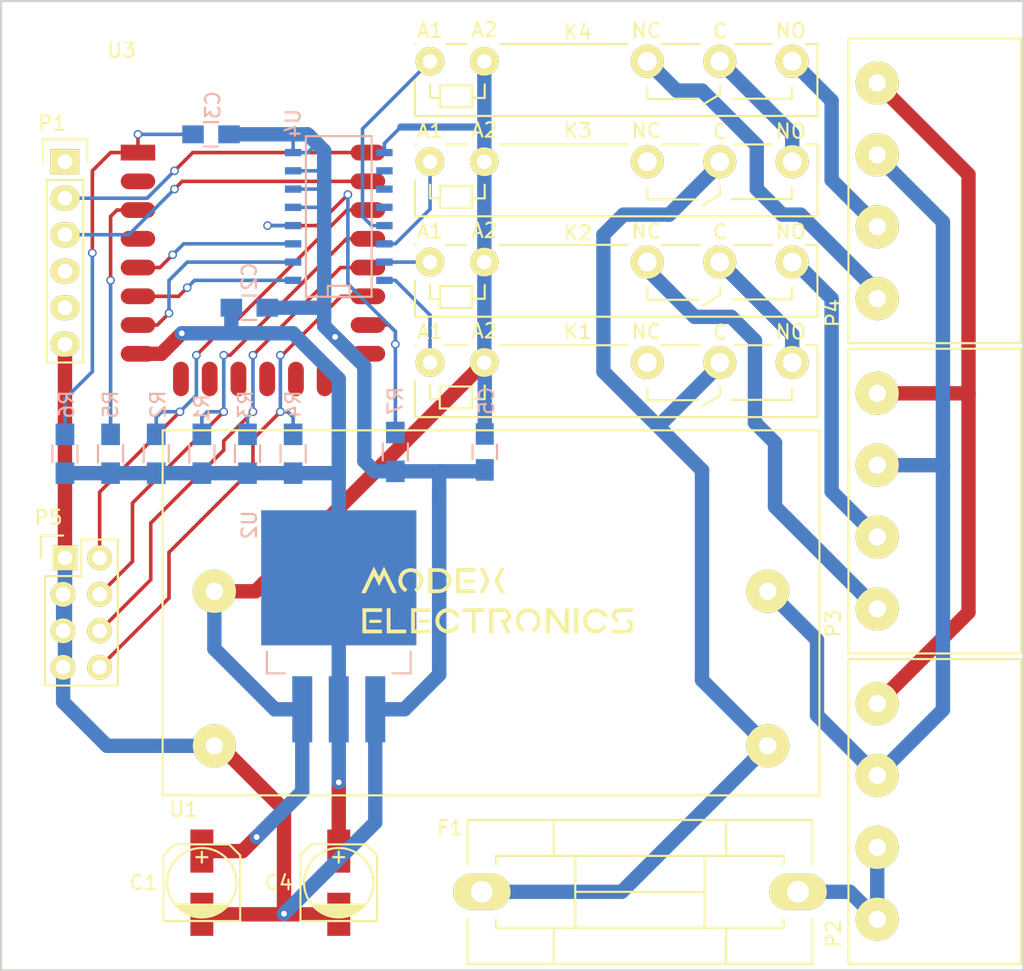
<source format=kicad_pcb>
(kicad_pcb (version 4) (host pcbnew 4.0.2+e4-6225~38~ubuntu14.04.1-stable)

  (general
    (links 73)
    (no_connects 0)
    (area 104.572999 68.123999 175.843001 135.711001)
    (thickness 1.6)
    (drawings 4)
    (tracks 291)
    (zones 0)
    (modules 27)
    (nets 46)
  )

  (page A4)
  (layers
    (0 F.Cu signal)
    (31 B.Cu signal)
    (32 B.Adhes user)
    (33 F.Adhes user)
    (34 B.Paste user)
    (35 F.Paste user)
    (36 B.SilkS user)
    (37 F.SilkS user)
    (38 B.Mask user)
    (39 F.Mask user)
    (40 Dwgs.User user)
    (41 Cmts.User user)
    (42 Eco1.User user)
    (43 Eco2.User user)
    (44 Edge.Cuts user)
    (45 Margin user)
    (46 B.CrtYd user)
    (47 F.CrtYd user)
    (48 B.Fab user)
    (49 F.Fab user)
  )

  (setup
    (last_trace_width 0.25)
    (user_trace_width 0.25)
    (user_trace_width 0.5)
    (user_trace_width 1)
    (user_trace_width 2)
    (trace_clearance 0.2)
    (zone_clearance 0.508)
    (zone_45_only no)
    (trace_min 0.2)
    (segment_width 0.2)
    (edge_width 0.15)
    (via_size 0.6)
    (via_drill 0.4)
    (via_min_size 0.4)
    (via_min_drill 0.3)
    (uvia_size 0.3)
    (uvia_drill 0.1)
    (uvias_allowed no)
    (uvia_min_size 0.2)
    (uvia_min_drill 0.1)
    (pcb_text_width 0.3)
    (pcb_text_size 1.5 1.5)
    (mod_edge_width 0.15)
    (mod_text_size 1 1)
    (mod_text_width 0.15)
    (pad_size 3.2 3.2)
    (pad_drill 3.2)
    (pad_to_mask_clearance 0.2)
    (aux_axis_origin 0 0)
    (visible_elements FFFFFF7F)
    (pcbplotparams
      (layerselection 0x010f0_80000001)
      (usegerberextensions true)
      (excludeedgelayer true)
      (linewidth 0.100000)
      (plotframeref false)
      (viasonmask false)
      (mode 1)
      (useauxorigin false)
      (hpglpennumber 1)
      (hpglpenspeed 20)
      (hpglpendiameter 15)
      (hpglpenoverlay 2)
      (psnegative false)
      (psa4output false)
      (plotreference true)
      (plotvalue true)
      (plotinvisibletext false)
      (padsonsilk false)
      (subtractmaskfromsilk false)
      (outputformat 1)
      (mirror false)
      (drillshape 0)
      (scaleselection 1)
      (outputdirectory ""))
  )

  (net 0 "")
  (net 1 P5V)
  (net 2 GND)
  (net 3 P3V3)
  (net 4 XRES)
  (net 5 "Net-(F1-Pad2)")
  (net 6 P)
  (net 7 "Net-(P1-Pad1)")
  (net 8 TXD)
  (net 9 RXD)
  (net 10 "Net-(P1-Pad4)")
  (net 11 "Net-(P1-Pad5)")
  (net 12 GPIO4)
  (net 13 GPIO5)
  (net 14 GPIO0)
  (net 15 GPIO2)
  (net 16 EN)
  (net 17 GPIO15)
  (net 18 "Net-(U3-Pad9)")
  (net 19 "Net-(U3-Pad10)")
  (net 20 "Net-(U3-Pad11)")
  (net 21 "Net-(U3-Pad12)")
  (net 22 "Net-(U3-Pad13)")
  (net 23 "Net-(U3-Pad14)")
  (net 24 "Net-(U3-Pad2)")
  (net 25 "Net-(U3-Pad4)")
  (net 26 "Net-(U3-Pad5)")
  (net 27 "Net-(U3-Pad6)")
  (net 28 "Net-(U3-Pad7)")
  (net 29 "Net-(K1-Pad1)")
  (net 30 "Net-(K3-Pad1)")
  (net 31 "Net-(K4-Pad1)")
  (net 32 "Net-(U4-Pad12)")
  (net 33 "Net-(U4-Pad11)")
  (net 34 "Net-(U4-Pad10)")
  (net 35 "Net-(K2-Pad1)")
  (net 36 PE)
  (net 37 N)
  (net 38 "Net-(K2-Pad5)")
  (net 39 "Net-(K2-Pad3)")
  (net 40 "Net-(K4-Pad5)")
  (net 41 "Net-(K4-Pad3)")
  (net 42 "Net-(K1-Pad5)")
  (net 43 "Net-(K1-Pad3)")
  (net 44 "Net-(K3-Pad5)")
  (net 45 "Net-(K3-Pad3)")

  (net_class Default "This is the default net class."
    (clearance 0.2)
    (trace_width 0.25)
    (via_dia 0.6)
    (via_drill 0.4)
    (uvia_dia 0.3)
    (uvia_drill 0.1)
    (add_net EN)
    (add_net GND)
    (add_net GPIO0)
    (add_net GPIO15)
    (add_net GPIO2)
    (add_net GPIO4)
    (add_net GPIO5)
    (add_net N)
    (add_net "Net-(F1-Pad2)")
    (add_net "Net-(K1-Pad1)")
    (add_net "Net-(K1-Pad3)")
    (add_net "Net-(K1-Pad5)")
    (add_net "Net-(K2-Pad1)")
    (add_net "Net-(K2-Pad3)")
    (add_net "Net-(K2-Pad5)")
    (add_net "Net-(K3-Pad1)")
    (add_net "Net-(K3-Pad3)")
    (add_net "Net-(K3-Pad5)")
    (add_net "Net-(K4-Pad1)")
    (add_net "Net-(K4-Pad3)")
    (add_net "Net-(K4-Pad5)")
    (add_net "Net-(P1-Pad1)")
    (add_net "Net-(P1-Pad4)")
    (add_net "Net-(P1-Pad5)")
    (add_net "Net-(U3-Pad10)")
    (add_net "Net-(U3-Pad11)")
    (add_net "Net-(U3-Pad12)")
    (add_net "Net-(U3-Pad13)")
    (add_net "Net-(U3-Pad14)")
    (add_net "Net-(U3-Pad2)")
    (add_net "Net-(U3-Pad4)")
    (add_net "Net-(U3-Pad5)")
    (add_net "Net-(U3-Pad6)")
    (add_net "Net-(U3-Pad7)")
    (add_net "Net-(U3-Pad9)")
    (add_net "Net-(U4-Pad10)")
    (add_net "Net-(U4-Pad11)")
    (add_net "Net-(U4-Pad12)")
    (add_net P)
    (add_net P3V3)
    (add_net P5V)
    (add_net PE)
    (add_net RXD)
    (add_net TXD)
    (add_net XRES)
  )

  (net_class Power ""
    (clearance 0.2)
    (trace_width 1)
    (via_dia 0.6)
    (via_drill 0.4)
    (uvia_dia 0.3)
    (uvia_drill 0.1)
  )

  (module Capacitors_SMD:c_elec_5x5.3 (layer F.Cu) (tedit 57949100) (tstamp 5789201F)
    (at 118.618 129.54 90)
    (descr "SMT capacitor, aluminium electrolytic, 5x5.3")
    (path /57853699)
    (attr smd)
    (fp_text reference C1 (at 0 -4.064 180) (layer F.SilkS)
      (effects (font (size 1 1) (thickness 0.15)))
    )
    (fp_text value 100u/16V (at 5.08 -0.635 180) (layer F.Fab)
      (effects (font (size 1 1) (thickness 0.15)))
    )
    (fp_line (start -3.95 -3) (end 3.95 -3) (layer F.CrtYd) (width 0.05))
    (fp_line (start 3.95 -3) (end 3.95 3) (layer F.CrtYd) (width 0.05))
    (fp_line (start 3.95 3) (end -3.95 3) (layer F.CrtYd) (width 0.05))
    (fp_line (start -3.95 3) (end -3.95 -3) (layer F.CrtYd) (width 0.05))
    (fp_line (start -2.286 -0.635) (end -2.286 0.762) (layer F.SilkS) (width 0.15))
    (fp_line (start -2.159 -0.889) (end -2.159 0.889) (layer F.SilkS) (width 0.15))
    (fp_line (start -2.032 -1.27) (end -2.032 1.27) (layer F.SilkS) (width 0.15))
    (fp_line (start -1.905 1.397) (end -1.905 -1.397) (layer F.SilkS) (width 0.15))
    (fp_line (start -1.778 -1.524) (end -1.778 1.524) (layer F.SilkS) (width 0.15))
    (fp_line (start -1.651 1.651) (end -1.651 -1.651) (layer F.SilkS) (width 0.15))
    (fp_line (start -1.524 -1.778) (end -1.524 1.778) (layer F.SilkS) (width 0.15))
    (fp_line (start -2.667 -2.667) (end 1.905 -2.667) (layer F.SilkS) (width 0.15))
    (fp_line (start 1.905 -2.667) (end 2.667 -1.905) (layer F.SilkS) (width 0.15))
    (fp_line (start 2.667 -1.905) (end 2.667 1.905) (layer F.SilkS) (width 0.15))
    (fp_line (start 2.667 1.905) (end 1.905 2.667) (layer F.SilkS) (width 0.15))
    (fp_line (start 1.905 2.667) (end -2.667 2.667) (layer F.SilkS) (width 0.15))
    (fp_line (start -2.667 2.667) (end -2.667 -2.667) (layer F.SilkS) (width 0.15))
    (fp_line (start 2.159 0) (end 1.397 0) (layer F.SilkS) (width 0.15))
    (fp_line (start 1.778 -0.381) (end 1.778 0.381) (layer F.SilkS) (width 0.15))
    (fp_circle (center 0 0) (end -2.413 0) (layer F.SilkS) (width 0.15))
    (pad 1 smd rect (at 2.19964 0 90) (size 2.99974 1.6002) (layers F.Cu F.Paste F.Mask)
      (net 1 P5V))
    (pad 2 smd rect (at -2.19964 0 90) (size 2.99974 1.6002) (layers F.Cu F.Paste F.Mask)
      (net 2 GND))
    (model Capacitors_SMD.3dshapes/c_elec_5x5.3.wrl
      (at (xyz 0 0 0))
      (scale (xyz 1 1 1))
      (rotate (xyz 0 0 0))
    )
  )

  (module Capacitors_SMD:C_0805_HandSoldering (layer B.Cu) (tedit 57949030) (tstamp 5789202B)
    (at 121.92 89.535)
    (descr "Capacitor SMD 0805, hand soldering")
    (tags "capacitor 0805")
    (path /57853591)
    (attr smd)
    (fp_text reference C2 (at 0 -2.159 90) (layer B.SilkS)
      (effects (font (size 1 1) (thickness 0.15)) (justify mirror))
    )
    (fp_text value 100n (at 0 -2.1) (layer B.Fab)
      (effects (font (size 1 1) (thickness 0.15)) (justify mirror))
    )
    (fp_line (start -2.3 1) (end 2.3 1) (layer B.CrtYd) (width 0.05))
    (fp_line (start -2.3 -1) (end 2.3 -1) (layer B.CrtYd) (width 0.05))
    (fp_line (start -2.3 1) (end -2.3 -1) (layer B.CrtYd) (width 0.05))
    (fp_line (start 2.3 1) (end 2.3 -1) (layer B.CrtYd) (width 0.05))
    (fp_line (start 0.5 0.85) (end -0.5 0.85) (layer B.SilkS) (width 0.15))
    (fp_line (start -0.5 -0.85) (end 0.5 -0.85) (layer B.SilkS) (width 0.15))
    (pad 1 smd rect (at -1.25 0) (size 1.5 1.25) (layers B.Cu B.Paste B.Mask)
      (net 3 P3V3))
    (pad 2 smd rect (at 1.25 0) (size 1.5 1.25) (layers B.Cu B.Paste B.Mask)
      (net 2 GND))
    (model Capacitors_SMD.3dshapes/C_0805_HandSoldering.wrl
      (at (xyz 0 0 0))
      (scale (xyz 1 1 1))
      (rotate (xyz 0 0 0))
    )
  )

  (module Capacitors_SMD:C_0805_HandSoldering (layer B.Cu) (tedit 57949027) (tstamp 57892037)
    (at 119.253 77.47)
    (descr "Capacitor SMD 0805, hand soldering")
    (tags "capacitor 0805")
    (path /578534E0)
    (attr smd)
    (fp_text reference C3 (at 0.127 -2.032 90) (layer B.SilkS)
      (effects (font (size 1 1) (thickness 0.15)) (justify mirror))
    )
    (fp_text value 100n (at 0 -2.1) (layer B.Fab)
      (effects (font (size 1 1) (thickness 0.15)) (justify mirror))
    )
    (fp_line (start -2.3 1) (end 2.3 1) (layer B.CrtYd) (width 0.05))
    (fp_line (start -2.3 -1) (end 2.3 -1) (layer B.CrtYd) (width 0.05))
    (fp_line (start -2.3 1) (end -2.3 -1) (layer B.CrtYd) (width 0.05))
    (fp_line (start 2.3 1) (end 2.3 -1) (layer B.CrtYd) (width 0.05))
    (fp_line (start 0.5 0.85) (end -0.5 0.85) (layer B.SilkS) (width 0.15))
    (fp_line (start -0.5 -0.85) (end 0.5 -0.85) (layer B.SilkS) (width 0.15))
    (pad 1 smd rect (at -1.25 0) (size 1.5 1.25) (layers B.Cu B.Paste B.Mask)
      (net 4 XRES))
    (pad 2 smd rect (at 1.25 0) (size 1.5 1.25) (layers B.Cu B.Paste B.Mask)
      (net 2 GND))
    (model Capacitors_SMD.3dshapes/C_0805_HandSoldering.wrl
      (at (xyz 0 0 0))
      (scale (xyz 1 1 1))
      (rotate (xyz 0 0 0))
    )
  )

  (module Capacitors_SMD:c_elec_5x5.3 (layer F.Cu) (tedit 57949109) (tstamp 57892051)
    (at 128.143 129.54 90)
    (descr "SMT capacitor, aluminium electrolytic, 5x5.3")
    (path /578535F8)
    (attr smd)
    (fp_text reference C4 (at 0 -4.191 180) (layer F.SilkS)
      (effects (font (size 1 1) (thickness 0.15)))
    )
    (fp_text value 10u/16V (at -5.08 0 180) (layer F.Fab)
      (effects (font (size 1 1) (thickness 0.15)))
    )
    (fp_line (start -3.95 -3) (end 3.95 -3) (layer F.CrtYd) (width 0.05))
    (fp_line (start 3.95 -3) (end 3.95 3) (layer F.CrtYd) (width 0.05))
    (fp_line (start 3.95 3) (end -3.95 3) (layer F.CrtYd) (width 0.05))
    (fp_line (start -3.95 3) (end -3.95 -3) (layer F.CrtYd) (width 0.05))
    (fp_line (start -2.286 -0.635) (end -2.286 0.762) (layer F.SilkS) (width 0.15))
    (fp_line (start -2.159 -0.889) (end -2.159 0.889) (layer F.SilkS) (width 0.15))
    (fp_line (start -2.032 -1.27) (end -2.032 1.27) (layer F.SilkS) (width 0.15))
    (fp_line (start -1.905 1.397) (end -1.905 -1.397) (layer F.SilkS) (width 0.15))
    (fp_line (start -1.778 -1.524) (end -1.778 1.524) (layer F.SilkS) (width 0.15))
    (fp_line (start -1.651 1.651) (end -1.651 -1.651) (layer F.SilkS) (width 0.15))
    (fp_line (start -1.524 -1.778) (end -1.524 1.778) (layer F.SilkS) (width 0.15))
    (fp_line (start -2.667 -2.667) (end 1.905 -2.667) (layer F.SilkS) (width 0.15))
    (fp_line (start 1.905 -2.667) (end 2.667 -1.905) (layer F.SilkS) (width 0.15))
    (fp_line (start 2.667 -1.905) (end 2.667 1.905) (layer F.SilkS) (width 0.15))
    (fp_line (start 2.667 1.905) (end 1.905 2.667) (layer F.SilkS) (width 0.15))
    (fp_line (start 1.905 2.667) (end -2.667 2.667) (layer F.SilkS) (width 0.15))
    (fp_line (start -2.667 2.667) (end -2.667 -2.667) (layer F.SilkS) (width 0.15))
    (fp_line (start 2.159 0) (end 1.397 0) (layer F.SilkS) (width 0.15))
    (fp_line (start 1.778 -0.381) (end 1.778 0.381) (layer F.SilkS) (width 0.15))
    (fp_circle (center 0 0) (end -2.413 0) (layer F.SilkS) (width 0.15))
    (pad 1 smd rect (at 2.19964 0 90) (size 2.99974 1.6002) (layers F.Cu F.Paste F.Mask)
      (net 3 P3V3))
    (pad 2 smd rect (at -2.19964 0 90) (size 2.99974 1.6002) (layers F.Cu F.Paste F.Mask)
      (net 2 GND))
    (model Capacitors_SMD.3dshapes/c_elec_5x5.3.wrl
      (at (xyz 0 0 0))
      (scale (xyz 1 1 1))
      (rotate (xyz 0 0 0))
    )
  )

  (module Fuse_Holders_and_Fuses:Fuseholder5x20_horiz_SemiClosed_Casing10x25mm (layer F.Cu) (tedit 578FC926) (tstamp 5789206A)
    (at 149.098 130.175)
    (descr "Fuseholder, 5x20, Semi closed, horizontal, Casing 10x25mm,")
    (tags "Fuseholder, 5x20, Semi closed, horizontal, Casing 10x25mm, Sicherungshalter, halbgeschlossen,")
    (path /578549B6)
    (fp_text reference F1 (at -13.208 -4.445) (layer F.SilkS)
      (effects (font (size 1 1) (thickness 0.15)))
    )
    (fp_text value 5AT (at -13.97 4.445) (layer F.Fab)
      (effects (font (size 1 1) (thickness 0.15)))
    )
    (fp_line (start -5.99948 -2.49936) (end -5.99948 -5.00126) (layer F.SilkS) (width 0.15))
    (fp_line (start -5.99948 5.00126) (end -5.99948 2.49936) (layer F.SilkS) (width 0.15))
    (fp_line (start 5.99948 5.00126) (end 5.99948 2.49936) (layer F.SilkS) (width 0.15))
    (fp_line (start 5.99948 -5.00126) (end 5.99948 -2.49936) (layer F.SilkS) (width 0.15))
    (fp_line (start -4.50088 0) (end 4.50088 0) (layer F.SilkS) (width 0.15))
    (fp_line (start -4.50088 -2.49936) (end -4.50088 2.49936) (layer F.SilkS) (width 0.15))
    (fp_line (start 4.50088 -2.49936) (end 4.50088 2.49936) (layer F.SilkS) (width 0.15))
    (fp_line (start 9.99998 -1.89992) (end 9.99998 -2.49936) (layer F.SilkS) (width 0.15))
    (fp_line (start -9.99998 1.89992) (end -9.99998 2.49936) (layer F.SilkS) (width 0.15))
    (fp_line (start -9.99998 2.49936) (end 9.99998 2.49936) (layer F.SilkS) (width 0.15))
    (fp_line (start 9.99998 2.49936) (end 9.99998 1.89992) (layer F.SilkS) (width 0.15))
    (fp_line (start 9.99998 -2.49936) (end -9.99998 -2.49936) (layer F.SilkS) (width 0.15))
    (fp_line (start -9.99998 -2.49936) (end -9.99998 -1.89992) (layer F.SilkS) (width 0.15))
    (fp_line (start 11.99896 -1.89992) (end 11.99896 -5.00126) (layer F.SilkS) (width 0.15))
    (fp_line (start -11.99896 1.89992) (end -11.99896 5.00126) (layer F.SilkS) (width 0.15))
    (fp_line (start -11.99896 5.00126) (end 11.99896 5.00126) (layer F.SilkS) (width 0.15))
    (fp_line (start 11.99896 5.00126) (end 11.99896 1.89992) (layer F.SilkS) (width 0.15))
    (fp_line (start 11.99896 -5.00126) (end -11.99896 -5.00126) (layer F.SilkS) (width 0.15))
    (fp_line (start -11.99896 -5.00126) (end -11.99896 -1.89992) (layer F.SilkS) (width 0.15))
    (pad 2 thru_hole oval (at 11.00074 0 270) (size 2.49936 4.0005) (drill 1.50114) (layers *.Cu *.Mask F.SilkS)
      (net 5 "Net-(F1-Pad2)"))
    (pad 1 thru_hole oval (at -11.00074 0 270) (size 2.49936 4.0005) (drill 1.50114) (layers *.Cu *.Mask F.SilkS)
      (net 6 P))
  )

  (module Pin_Headers:Pin_Header_Straight_1x06 (layer F.Cu) (tedit 579490E9) (tstamp 5789211B)
    (at 109.093 79.375)
    (descr "Through hole pin header")
    (tags "pin header")
    (path /5789388D)
    (fp_text reference P1 (at -0.889 -2.667) (layer F.SilkS)
      (effects (font (size 1 1) (thickness 0.15)))
    )
    (fp_text value ARDUINO-ISP (at -2.54 6.35 90) (layer F.Fab)
      (effects (font (size 1 1) (thickness 0.15)))
    )
    (fp_line (start -1.75 -1.75) (end -1.75 14.45) (layer F.CrtYd) (width 0.05))
    (fp_line (start 1.75 -1.75) (end 1.75 14.45) (layer F.CrtYd) (width 0.05))
    (fp_line (start -1.75 -1.75) (end 1.75 -1.75) (layer F.CrtYd) (width 0.05))
    (fp_line (start -1.75 14.45) (end 1.75 14.45) (layer F.CrtYd) (width 0.05))
    (fp_line (start 1.27 1.27) (end 1.27 13.97) (layer F.SilkS) (width 0.15))
    (fp_line (start 1.27 13.97) (end -1.27 13.97) (layer F.SilkS) (width 0.15))
    (fp_line (start -1.27 13.97) (end -1.27 1.27) (layer F.SilkS) (width 0.15))
    (fp_line (start 1.55 -1.55) (end 1.55 0) (layer F.SilkS) (width 0.15))
    (fp_line (start 1.27 1.27) (end -1.27 1.27) (layer F.SilkS) (width 0.15))
    (fp_line (start -1.55 0) (end -1.55 -1.55) (layer F.SilkS) (width 0.15))
    (fp_line (start -1.55 -1.55) (end 1.55 -1.55) (layer F.SilkS) (width 0.15))
    (pad 1 thru_hole rect (at 0 0) (size 2.032 1.7272) (drill 1.016) (layers *.Cu *.Mask F.SilkS)
      (net 7 "Net-(P1-Pad1)"))
    (pad 2 thru_hole oval (at 0 2.54) (size 2.032 1.7272) (drill 1.016) (layers *.Cu *.Mask F.SilkS)
      (net 8 TXD))
    (pad 3 thru_hole oval (at 0 5.08) (size 2.032 1.7272) (drill 1.016) (layers *.Cu *.Mask F.SilkS)
      (net 9 RXD))
    (pad 4 thru_hole oval (at 0 7.62) (size 2.032 1.7272) (drill 1.016) (layers *.Cu *.Mask F.SilkS)
      (net 10 "Net-(P1-Pad4)"))
    (pad 5 thru_hole oval (at 0 10.16) (size 2.032 1.7272) (drill 1.016) (layers *.Cu *.Mask F.SilkS)
      (net 11 "Net-(P1-Pad5)"))
    (pad 6 thru_hole oval (at 0 12.7) (size 2.032 1.7272) (drill 1.016) (layers *.Cu *.Mask F.SilkS)
      (net 2 GND))
    (model Pin_Headers.3dshapes/Pin_Header_Straight_1x06.wrl
      (at (xyz 0 -0.25 0))
      (scale (xyz 1 1 1))
      (rotate (xyz 0 0 90))
    )
  )

  (module Resistors_SMD:R_0805_HandSoldering (layer B.Cu) (tedit 57948F85) (tstamp 57892127)
    (at 118.618 99.695 90)
    (descr "Resistor SMD 0805, hand soldering")
    (tags "resistor 0805")
    (path /578923F6)
    (attr smd)
    (fp_text reference R1 (at 3.175 0 90) (layer B.SilkS)
      (effects (font (size 1 1) (thickness 0.15)) (justify mirror))
    )
    (fp_text value 12k (at 0 -2.1 90) (layer B.Fab)
      (effects (font (size 1 1) (thickness 0.15)) (justify mirror))
    )
    (fp_line (start -2.4 1) (end 2.4 1) (layer B.CrtYd) (width 0.05))
    (fp_line (start -2.4 -1) (end 2.4 -1) (layer B.CrtYd) (width 0.05))
    (fp_line (start -2.4 1) (end -2.4 -1) (layer B.CrtYd) (width 0.05))
    (fp_line (start 2.4 1) (end 2.4 -1) (layer B.CrtYd) (width 0.05))
    (fp_line (start 0.6 -0.875) (end -0.6 -0.875) (layer B.SilkS) (width 0.15))
    (fp_line (start -0.6 0.875) (end 0.6 0.875) (layer B.SilkS) (width 0.15))
    (pad 1 smd rect (at -1.35 0 90) (size 1.5 1.3) (layers B.Cu B.Paste B.Mask)
      (net 3 P3V3))
    (pad 2 smd rect (at 1.35 0 90) (size 1.5 1.3) (layers B.Cu B.Paste B.Mask)
      (net 12 GPIO4))
    (model Resistors_SMD.3dshapes/R_0805_HandSoldering.wrl
      (at (xyz 0 0 0))
      (scale (xyz 1 1 1))
      (rotate (xyz 0 0 0))
    )
  )

  (module Resistors_SMD:R_0805_HandSoldering (layer B.Cu) (tedit 57948F80) (tstamp 57892133)
    (at 115.443 99.695 90)
    (descr "Resistor SMD 0805, hand soldering")
    (tags "resistor 0805")
    (path /57892315)
    (attr smd)
    (fp_text reference R2 (at 3.429 0.127 90) (layer B.SilkS)
      (effects (font (size 1 1) (thickness 0.15)) (justify mirror))
    )
    (fp_text value 12k (at 0 -2.1 90) (layer B.Fab)
      (effects (font (size 1 1) (thickness 0.15)) (justify mirror))
    )
    (fp_line (start -2.4 1) (end 2.4 1) (layer B.CrtYd) (width 0.05))
    (fp_line (start -2.4 -1) (end 2.4 -1) (layer B.CrtYd) (width 0.05))
    (fp_line (start -2.4 1) (end -2.4 -1) (layer B.CrtYd) (width 0.05))
    (fp_line (start 2.4 1) (end 2.4 -1) (layer B.CrtYd) (width 0.05))
    (fp_line (start 0.6 -0.875) (end -0.6 -0.875) (layer B.SilkS) (width 0.15))
    (fp_line (start -0.6 0.875) (end 0.6 0.875) (layer B.SilkS) (width 0.15))
    (pad 1 smd rect (at -1.35 0 90) (size 1.5 1.3) (layers B.Cu B.Paste B.Mask)
      (net 3 P3V3))
    (pad 2 smd rect (at 1.35 0 90) (size 1.5 1.3) (layers B.Cu B.Paste B.Mask)
      (net 13 GPIO5))
    (model Resistors_SMD.3dshapes/R_0805_HandSoldering.wrl
      (at (xyz 0 0 0))
      (scale (xyz 1 1 1))
      (rotate (xyz 0 0 0))
    )
  )

  (module Resistors_SMD:R_0805_HandSoldering (layer B.Cu) (tedit 57948F8B) (tstamp 5789213F)
    (at 121.793 99.695 90)
    (descr "Resistor SMD 0805, hand soldering")
    (tags "resistor 0805")
    (path /578533AE)
    (attr smd)
    (fp_text reference R3 (at 3.429 -0.127 90) (layer B.SilkS)
      (effects (font (size 1 1) (thickness 0.15)) (justify mirror))
    )
    (fp_text value 12k (at 0 -2.1 90) (layer B.Fab)
      (effects (font (size 1 1) (thickness 0.15)) (justify mirror))
    )
    (fp_line (start -2.4 1) (end 2.4 1) (layer B.CrtYd) (width 0.05))
    (fp_line (start -2.4 -1) (end 2.4 -1) (layer B.CrtYd) (width 0.05))
    (fp_line (start -2.4 1) (end -2.4 -1) (layer B.CrtYd) (width 0.05))
    (fp_line (start 2.4 1) (end 2.4 -1) (layer B.CrtYd) (width 0.05))
    (fp_line (start 0.6 -0.875) (end -0.6 -0.875) (layer B.SilkS) (width 0.15))
    (fp_line (start -0.6 0.875) (end 0.6 0.875) (layer B.SilkS) (width 0.15))
    (pad 1 smd rect (at -1.35 0 90) (size 1.5 1.3) (layers B.Cu B.Paste B.Mask)
      (net 3 P3V3))
    (pad 2 smd rect (at 1.35 0 90) (size 1.5 1.3) (layers B.Cu B.Paste B.Mask)
      (net 14 GPIO0))
    (model Resistors_SMD.3dshapes/R_0805_HandSoldering.wrl
      (at (xyz 0 0 0))
      (scale (xyz 1 1 1))
      (rotate (xyz 0 0 0))
    )
  )

  (module Resistors_SMD:R_0805_HandSoldering (layer B.Cu) (tedit 57948F91) (tstamp 5789214B)
    (at 124.968 99.695 90)
    (descr "Resistor SMD 0805, hand soldering")
    (tags "resistor 0805")
    (path /5785332B)
    (attr smd)
    (fp_text reference R4 (at 3.429 0 90) (layer B.SilkS)
      (effects (font (size 1 1) (thickness 0.15)) (justify mirror))
    )
    (fp_text value 12k (at 0 -2.1 90) (layer B.Fab)
      (effects (font (size 1 1) (thickness 0.15)) (justify mirror))
    )
    (fp_line (start -2.4 1) (end 2.4 1) (layer B.CrtYd) (width 0.05))
    (fp_line (start -2.4 -1) (end 2.4 -1) (layer B.CrtYd) (width 0.05))
    (fp_line (start -2.4 1) (end -2.4 -1) (layer B.CrtYd) (width 0.05))
    (fp_line (start 2.4 1) (end 2.4 -1) (layer B.CrtYd) (width 0.05))
    (fp_line (start 0.6 -0.875) (end -0.6 -0.875) (layer B.SilkS) (width 0.15))
    (fp_line (start -0.6 0.875) (end 0.6 0.875) (layer B.SilkS) (width 0.15))
    (pad 1 smd rect (at -1.35 0 90) (size 1.5 1.3) (layers B.Cu B.Paste B.Mask)
      (net 3 P3V3))
    (pad 2 smd rect (at 1.35 0 90) (size 1.5 1.3) (layers B.Cu B.Paste B.Mask)
      (net 15 GPIO2))
    (model Resistors_SMD.3dshapes/R_0805_HandSoldering.wrl
      (at (xyz 0 0 0))
      (scale (xyz 1 1 1))
      (rotate (xyz 0 0 0))
    )
  )

  (module Resistors_SMD:R_0805_HandSoldering (layer B.Cu) (tedit 57948F79) (tstamp 57892157)
    (at 112.268 99.695 90)
    (descr "Resistor SMD 0805, hand soldering")
    (tags "resistor 0805")
    (path /578532C4)
    (attr smd)
    (fp_text reference R5 (at 3.429 0 90) (layer B.SilkS)
      (effects (font (size 1 1) (thickness 0.15)) (justify mirror))
    )
    (fp_text value 12k (at 0 -2.1 90) (layer B.Fab)
      (effects (font (size 1 1) (thickness 0.15)) (justify mirror))
    )
    (fp_line (start -2.4 1) (end 2.4 1) (layer B.CrtYd) (width 0.05))
    (fp_line (start -2.4 -1) (end 2.4 -1) (layer B.CrtYd) (width 0.05))
    (fp_line (start -2.4 1) (end -2.4 -1) (layer B.CrtYd) (width 0.05))
    (fp_line (start 2.4 1) (end 2.4 -1) (layer B.CrtYd) (width 0.05))
    (fp_line (start 0.6 -0.875) (end -0.6 -0.875) (layer B.SilkS) (width 0.15))
    (fp_line (start -0.6 0.875) (end 0.6 0.875) (layer B.SilkS) (width 0.15))
    (pad 1 smd rect (at -1.35 0 90) (size 1.5 1.3) (layers B.Cu B.Paste B.Mask)
      (net 3 P3V3))
    (pad 2 smd rect (at 1.35 0 90) (size 1.5 1.3) (layers B.Cu B.Paste B.Mask)
      (net 16 EN))
    (model Resistors_SMD.3dshapes/R_0805_HandSoldering.wrl
      (at (xyz 0 0 0))
      (scale (xyz 1 1 1))
      (rotate (xyz 0 0 0))
    )
  )

  (module Resistors_SMD:R_0805_HandSoldering (layer B.Cu) (tedit 57948F72) (tstamp 57892163)
    (at 109.093 99.695 90)
    (descr "Resistor SMD 0805, hand soldering")
    (tags "resistor 0805")
    (path /57853221)
    (attr smd)
    (fp_text reference R6 (at 3.429 0.127 90) (layer B.SilkS)
      (effects (font (size 1 1) (thickness 0.15)) (justify mirror))
    )
    (fp_text value 12k (at 0 -2.1 90) (layer B.Fab)
      (effects (font (size 1 1) (thickness 0.15)) (justify mirror))
    )
    (fp_line (start -2.4 1) (end 2.4 1) (layer B.CrtYd) (width 0.05))
    (fp_line (start -2.4 -1) (end 2.4 -1) (layer B.CrtYd) (width 0.05))
    (fp_line (start -2.4 1) (end -2.4 -1) (layer B.CrtYd) (width 0.05))
    (fp_line (start 2.4 1) (end 2.4 -1) (layer B.CrtYd) (width 0.05))
    (fp_line (start 0.6 -0.875) (end -0.6 -0.875) (layer B.SilkS) (width 0.15))
    (fp_line (start -0.6 0.875) (end 0.6 0.875) (layer B.SilkS) (width 0.15))
    (pad 1 smd rect (at -1.35 0 90) (size 1.5 1.3) (layers B.Cu B.Paste B.Mask)
      (net 3 P3V3))
    (pad 2 smd rect (at 1.35 0 90) (size 1.5 1.3) (layers B.Cu B.Paste B.Mask)
      (net 4 XRES))
    (model Resistors_SMD.3dshapes/R_0805_HandSoldering.wrl
      (at (xyz 0 0 0))
      (scale (xyz 1 1 1))
      (rotate (xyz 0 0 0))
    )
  )

  (module Resistors_SMD:R_0805_HandSoldering (layer B.Cu) (tedit 57948FC4) (tstamp 5789216F)
    (at 132.08 99.568 90)
    (descr "Resistor SMD 0805, hand soldering")
    (tags "resistor 0805")
    (path /578533F7)
    (attr smd)
    (fp_text reference R7 (at 3.556 0 90) (layer B.SilkS)
      (effects (font (size 1 1) (thickness 0.15)) (justify mirror))
    )
    (fp_text value 12k (at 0 -2.1 90) (layer B.Fab)
      (effects (font (size 1 1) (thickness 0.15)) (justify mirror))
    )
    (fp_line (start -2.4 1) (end 2.4 1) (layer B.CrtYd) (width 0.05))
    (fp_line (start -2.4 -1) (end 2.4 -1) (layer B.CrtYd) (width 0.05))
    (fp_line (start -2.4 1) (end -2.4 -1) (layer B.CrtYd) (width 0.05))
    (fp_line (start 2.4 1) (end 2.4 -1) (layer B.CrtYd) (width 0.05))
    (fp_line (start 0.6 -0.875) (end -0.6 -0.875) (layer B.SilkS) (width 0.15))
    (fp_line (start -0.6 0.875) (end 0.6 0.875) (layer B.SilkS) (width 0.15))
    (pad 1 smd rect (at -1.35 0 90) (size 1.5 1.3) (layers B.Cu B.Paste B.Mask)
      (net 2 GND))
    (pad 2 smd rect (at 1.35 0 90) (size 1.5 1.3) (layers B.Cu B.Paste B.Mask)
      (net 17 GPIO15))
    (model Resistors_SMD.3dshapes/R_0805_HandSoldering.wrl
      (at (xyz 0 0 0))
      (scale (xyz 1 1 1))
      (rotate (xyz 0 0 0))
    )
  )

  (module TO_SOT_Packages_SMD:TO-263-3Lead (layer B.Cu) (tedit 57949009) (tstamp 578921B3)
    (at 128.143 117.475 90)
    (descr "D2PAK / TO-263 3-lead smd package")
    (tags "D2PAK D2PAK-3 TO-263AB TO-263")
    (path /57854505)
    (attr smd)
    (fp_text reference U2 (at 12.827 -6.223 90) (layer B.SilkS)
      (effects (font (size 1 1) (thickness 0.15)) (justify mirror))
    )
    (fp_text value LM1117-3.3 (at 15.25 0.25 360) (layer B.Fab)
      (effects (font (size 1 1) (thickness 0.15)) (justify mirror))
    )
    (fp_line (start 14.1 -5.65) (end -2.55 -5.65) (layer B.CrtYd) (width 0.05))
    (fp_line (start 14.1 5.65) (end 14.1 -5.65) (layer B.CrtYd) (width 0.05))
    (fp_line (start 14.1 5.65) (end -2.55 5.65) (layer B.CrtYd) (width 0.05))
    (fp_line (start -2.55 5.65) (end -2.55 -5.65) (layer B.CrtYd) (width 0.05))
    (fp_line (start 2.5 -5) (end 2.5 -3.75) (layer B.SilkS) (width 0.15))
    (fp_line (start 2.5 -5) (end 4 -5) (layer B.SilkS) (width 0.15))
    (fp_line (start 2.5 5) (end 4 5) (layer B.SilkS) (width 0.15))
    (fp_line (start 2.5 5) (end 2.5 3.75) (layer B.SilkS) (width 0.15))
    (pad 2 smd rect (at 0 0 90) (size 4.6 1.39) (layers B.Cu B.Paste B.Mask)
      (net 3 P3V3))
    (pad 4 smd rect (at 9.15 0 90) (size 9.4 10.8) (layers B.Cu B.Paste B.Mask)
      (net 3 P3V3))
    (pad 3 smd rect (at 0 -2.54 90) (size 4.6 1.39) (layers B.Cu B.Paste B.Mask)
      (net 1 P5V))
    (pad 1 smd rect (at 0 2.54 90) (size 4.6 1.39) (layers B.Cu B.Paste B.Mask)
      (net 2 GND))
    (model TO_SOT_Packages_SMD.3dshapes/TO-263-3Lead.wrl
      (at (xyz 0 0 0))
      (scale (xyz 1 1 1))
      (rotate (xyz 0 0 90))
    )
  )

  (module ESP8266:ESP-12E (layer F.Cu) (tedit 57926822) (tstamp 578921D8)
    (at 114.173 78.74)
    (descr "Module, ESP-8266, ESP-12, 16 pad, SMD")
    (tags "Module ESP-8266 ESP8266")
    (path /57851970)
    (fp_text reference U3 (at -1.143 -7.112) (layer F.SilkS)
      (effects (font (size 1 1) (thickness 0.15)))
    )
    (fp_text value ESP-12E (at 6.096 3.683) (layer F.Fab)
      (effects (font (size 1 1) (thickness 0.15)))
    )
    (fp_line (start 16 -8.4) (end 0 -2.6) (layer F.CrtYd) (width 0.1524))
    (fp_line (start 0 -8.4) (end 16 -2.6) (layer F.CrtYd) (width 0.1524))
    (fp_text user "No Copper" (at 7.9 -5.4) (layer F.CrtYd)
      (effects (font (size 1 1) (thickness 0.15)))
    )
    (fp_line (start 0 -8.4) (end 0 -2.6) (layer F.CrtYd) (width 0.1524))
    (fp_line (start 0 -2.6) (end 16 -2.6) (layer F.CrtYd) (width 0.1524))
    (fp_line (start 16 -2.6) (end 16 -8.4) (layer F.CrtYd) (width 0.1524))
    (fp_line (start 16 -8.4) (end 0 -8.4) (layer F.CrtYd) (width 0.1524))
    (fp_line (start 16 -8.4) (end 16 15.6) (layer F.Fab) (width 0.1524))
    (fp_line (start 16 15.6) (end 0 15.6) (layer F.Fab) (width 0.1524))
    (fp_line (start 0 15.6) (end 0 -8.4) (layer F.Fab) (width 0.1524))
    (fp_line (start 0 -8.4) (end 16 -8.4) (layer F.Fab) (width 0.1524))
    (pad 9 smd oval (at 2.99 15.75 90) (size 2.4 1.1) (layers F.Cu F.Paste F.Mask)
      (net 18 "Net-(U3-Pad9)"))
    (pad 10 smd oval (at 4.99 15.75 90) (size 2.4 1.1) (layers F.Cu F.Paste F.Mask)
      (net 19 "Net-(U3-Pad10)"))
    (pad 11 smd oval (at 6.99 15.75 90) (size 2.4 1.1) (layers F.Cu F.Paste F.Mask)
      (net 20 "Net-(U3-Pad11)"))
    (pad 12 smd oval (at 8.99 15.75 90) (size 2.4 1.1) (layers F.Cu F.Paste F.Mask)
      (net 21 "Net-(U3-Pad12)"))
    (pad 13 smd oval (at 10.99 15.75 90) (size 2.4 1.1) (layers F.Cu F.Paste F.Mask)
      (net 22 "Net-(U3-Pad13)"))
    (pad 14 smd oval (at 12.99 15.75 90) (size 2.4 1.1) (layers F.Cu F.Paste F.Mask)
      (net 23 "Net-(U3-Pad14)"))
    (pad 1 smd rect (at 0 0) (size 2.4 1.1) (layers F.Cu F.Paste F.Mask)
      (net 4 XRES))
    (pad 2 smd oval (at 0 2) (size 2.4 1.1) (layers F.Cu F.Paste F.Mask)
      (net 24 "Net-(U3-Pad2)"))
    (pad 3 smd oval (at 0 4) (size 2.4 1.1) (layers F.Cu F.Paste F.Mask)
      (net 16 EN))
    (pad 4 smd oval (at 0 6) (size 2.4 1.1) (layers F.Cu F.Paste F.Mask)
      (net 25 "Net-(U3-Pad4)"))
    (pad 5 smd oval (at 0 8) (size 2.4 1.1) (layers F.Cu F.Paste F.Mask)
      (net 26 "Net-(U3-Pad5)"))
    (pad 6 smd oval (at 0 10) (size 2.4 1.1) (layers F.Cu F.Paste F.Mask)
      (net 27 "Net-(U3-Pad6)"))
    (pad 7 smd oval (at 0 12) (size 2.4 1.1) (layers F.Cu F.Paste F.Mask)
      (net 28 "Net-(U3-Pad7)"))
    (pad 8 smd oval (at 0 14) (size 2.4 1.1) (layers F.Cu F.Paste F.Mask)
      (net 3 P3V3))
    (pad 15 smd oval (at 16 14) (size 2.4 1.1) (layers F.Cu F.Paste F.Mask)
      (net 2 GND))
    (pad 16 smd oval (at 16 12) (size 2.4 1.1) (layers F.Cu F.Paste F.Mask)
      (net 17 GPIO15))
    (pad 17 smd oval (at 16 10) (size 2.4 1.1) (layers F.Cu F.Paste F.Mask)
      (net 15 GPIO2))
    (pad 18 smd oval (at 16 8) (size 2.4 1.1) (layers F.Cu F.Paste F.Mask)
      (net 14 GPIO0))
    (pad 19 smd oval (at 16 6) (size 2.4 1.1) (layers F.Cu F.Paste F.Mask)
      (net 12 GPIO4))
    (pad 20 smd oval (at 16 4) (size 2.4 1.1) (layers F.Cu F.Paste F.Mask)
      (net 13 GPIO5))
    (pad 21 smd oval (at 16 2) (size 2.4 1.1) (layers F.Cu F.Paste F.Mask)
      (net 9 RXD))
    (pad 22 smd oval (at 16 0) (size 2.4 1.1) (layers F.Cu F.Paste F.Mask)
      (net 8 TXD))
    (model ${ESPLIB}/ESP8266.3dshapes/ESP-12.wrl
      (at (xyz 0.04 0 0))
      (scale (xyz 0.3937 0.3937 0.3937))
      (rotate (xyz 0 0 0))
    )
  )

  (module SMD_Packages:SO-16-N (layer B.Cu) (tedit 579490A4) (tstamp 578921F3)
    (at 128.143 83.185 90)
    (descr "Module CMS SOJ 16 pins large")
    (tags "CMS SOJ")
    (path /57851D26)
    (attr smd)
    (fp_text reference U4 (at 6.477 -3.175 90) (layer B.SilkS)
      (effects (font (size 1 1) (thickness 0.15)) (justify mirror))
    )
    (fp_text value ULN2003A (at 0 -1.27 90) (layer B.Fab)
      (effects (font (size 1 1) (thickness 0.15)) (justify mirror))
    )
    (fp_line (start -5.588 0.762) (end -4.826 0.762) (layer B.SilkS) (width 0.15))
    (fp_line (start -4.826 0.762) (end -4.826 -0.762) (layer B.SilkS) (width 0.15))
    (fp_line (start -4.826 -0.762) (end -5.588 -0.762) (layer B.SilkS) (width 0.15))
    (fp_line (start 5.588 2.286) (end 5.588 -2.286) (layer B.SilkS) (width 0.15))
    (fp_line (start 5.588 -2.286) (end -5.588 -2.286) (layer B.SilkS) (width 0.15))
    (fp_line (start -5.588 -2.286) (end -5.588 2.286) (layer B.SilkS) (width 0.15))
    (fp_line (start -5.588 2.286) (end 5.588 2.286) (layer B.SilkS) (width 0.15))
    (pad 16 smd rect (at -4.445 3.175 90) (size 0.508 1.143) (layers B.Cu B.Paste B.Mask)
      (net 29 "Net-(K1-Pad1)"))
    (pad 14 smd rect (at -1.905 3.175 90) (size 0.508 1.143) (layers B.Cu B.Paste B.Mask)
      (net 30 "Net-(K3-Pad1)"))
    (pad 13 smd rect (at -0.635 3.175 90) (size 0.508 1.143) (layers B.Cu B.Paste B.Mask)
      (net 31 "Net-(K4-Pad1)"))
    (pad 12 smd rect (at 0.635 3.175 90) (size 0.508 1.143) (layers B.Cu B.Paste B.Mask)
      (net 32 "Net-(U4-Pad12)"))
    (pad 11 smd rect (at 1.905 3.175 90) (size 0.508 1.143) (layers B.Cu B.Paste B.Mask)
      (net 33 "Net-(U4-Pad11)"))
    (pad 10 smd rect (at 3.175 3.175 90) (size 0.508 1.143) (layers B.Cu B.Paste B.Mask)
      (net 34 "Net-(U4-Pad10)"))
    (pad 9 smd rect (at 4.445 3.175 90) (size 0.508 1.143) (layers B.Cu B.Paste B.Mask)
      (net 1 P5V))
    (pad 8 smd rect (at 4.445 -3.175 90) (size 0.508 1.143) (layers B.Cu B.Paste B.Mask)
      (net 2 GND))
    (pad 7 smd rect (at 3.175 -3.175 90) (size 0.508 1.143) (layers B.Cu B.Paste B.Mask)
      (net 2 GND))
    (pad 6 smd rect (at 1.905 -3.175 90) (size 0.508 1.143) (layers B.Cu B.Paste B.Mask)
      (net 2 GND))
    (pad 5 smd rect (at 0.635 -3.175 90) (size 0.508 1.143) (layers B.Cu B.Paste B.Mask)
      (net 2 GND))
    (pad 4 smd rect (at -0.635 -3.175 90) (size 0.508 1.143) (layers B.Cu B.Paste B.Mask)
      (net 17 GPIO15))
    (pad 3 smd rect (at -1.905 -3.175 90) (size 0.508 1.143) (layers B.Cu B.Paste B.Mask)
      (net 26 "Net-(U3-Pad5)"))
    (pad 2 smd rect (at -3.175 -3.175 90) (size 0.508 1.143) (layers B.Cu B.Paste B.Mask)
      (net 28 "Net-(U3-Pad7)"))
    (pad 1 smd rect (at -4.445 -3.175 90) (size 0.508 1.143) (layers B.Cu B.Paste B.Mask)
      (net 27 "Net-(U3-Pad6)"))
    (pad 15 smd rect (at -3.175 3.175 90) (size 0.508 1.143) (layers B.Cu B.Paste B.Mask)
      (net 35 "Net-(K2-Pad1)"))
    (model SMD_Packages.3dshapes/SO-16-N.wrl
      (at (xyz 0 0 0))
      (scale (xyz 0.5 0.4 0.5))
      (rotate (xyz 0 0 0))
    )
  )

  (module modex:AKL-330-4 (layer F.Cu) (tedit 578BDF85) (tstamp 578BCF42)
    (at 165.608 132.08 90)
    (descr "Fujitsu Relay")
    (path /57852E69)
    (fp_text reference P2 (at -1.016 -3.048 90) (layer F.SilkS)
      (effects (font (size 1 1) (thickness 0.15)))
    )
    (fp_text value CONN_MAINS (at 7.62 8.89 90) (layer F.Fab)
      (effects (font (size 1 1) (thickness 0.15)))
    )
    (fp_line (start 18.1 -2) (end 18.1 10) (layer F.SilkS) (width 0.15))
    (fp_line (start 18.1 10) (end -3.1 10) (layer F.SilkS) (width 0.15))
    (fp_line (start -3.1 10) (end -3.1 -2) (layer F.SilkS) (width 0.15))
    (fp_line (start -3.1 -2) (end 18.1 -2) (layer F.SilkS) (width 0.15))
    (pad 4 thru_hole circle (at 15 0 270) (size 3 3) (drill 1.2) (layers *.Cu *.Mask F.SilkS)
      (net 36 PE))
    (pad 3 thru_hole circle (at 10 0 270) (size 3 3) (drill 1.2) (layers *.Cu *.Mask F.SilkS)
      (net 37 N))
    (pad 2 thru_hole circle (at 5 0 270) (size 3 3) (drill 1.2) (layers *.Cu *.Mask F.SilkS)
      (net 5 "Net-(F1-Pad2)"))
    (pad 1 thru_hole circle (at 0 0 270) (size 3 3) (drill 1.2) (layers *.Cu *.Mask F.SilkS)
      (net 5 "Net-(F1-Pad2)"))
    (model Relays_ThroughHole.3dshapes/Relay_SPDT_SingleRow_Standing_FinderType34Point51.wrl
      (at (xyz 0 0 0))
      (scale (xyz 1 1 1))
      (rotate (xyz 0 0 0))
    )
  )

  (module modex:AKL-330-4 (layer F.Cu) (tedit 578BDF88) (tstamp 578BCF4E)
    (at 165.608 110.49 90)
    (descr "Fujitsu Relay")
    (path /57852F08)
    (fp_text reference P3 (at -1.016 -3.048 90) (layer F.SilkS)
      (effects (font (size 1 1) (thickness 0.15)))
    )
    (fp_text value CONN_SUNSHADE1 (at 6.985 8.89 90) (layer F.Fab)
      (effects (font (size 1 1) (thickness 0.15)))
    )
    (fp_line (start 18.1 -2) (end 18.1 10) (layer F.SilkS) (width 0.15))
    (fp_line (start 18.1 10) (end -3.1 10) (layer F.SilkS) (width 0.15))
    (fp_line (start -3.1 10) (end -3.1 -2) (layer F.SilkS) (width 0.15))
    (fp_line (start -3.1 -2) (end 18.1 -2) (layer F.SilkS) (width 0.15))
    (pad 4 thru_hole circle (at 15 0 270) (size 3 3) (drill 1.2) (layers *.Cu *.Mask F.SilkS)
      (net 36 PE))
    (pad 3 thru_hole circle (at 10 0 270) (size 3 3) (drill 1.2) (layers *.Cu *.Mask F.SilkS)
      (net 37 N))
    (pad 2 thru_hole circle (at 5 0 270) (size 3 3) (drill 1.2) (layers *.Cu *.Mask F.SilkS)
      (net 38 "Net-(K2-Pad5)"))
    (pad 1 thru_hole circle (at 0 0 270) (size 3 3) (drill 1.2) (layers *.Cu *.Mask F.SilkS)
      (net 39 "Net-(K2-Pad3)"))
    (model Relays_ThroughHole.3dshapes/Relay_SPDT_SingleRow_Standing_FinderType34Point51.wrl
      (at (xyz 0 0 0))
      (scale (xyz 1 1 1))
      (rotate (xyz 0 0 0))
    )
  )

  (module modex:AKL-330-4 (layer F.Cu) (tedit 578BDF8C) (tstamp 578BCF5A)
    (at 165.608 88.9 90)
    (descr "Fujitsu Relay")
    (path /57852F81)
    (fp_text reference P4 (at -1.016 -3.048 90) (layer F.SilkS)
      (effects (font (size 1 1) (thickness 0.15)))
    )
    (fp_text value CONN_SUNSHADE2 (at 7.62 8.89 90) (layer F.Fab)
      (effects (font (size 1 1) (thickness 0.15)))
    )
    (fp_line (start 18.1 -2) (end 18.1 10) (layer F.SilkS) (width 0.15))
    (fp_line (start 18.1 10) (end -3.1 10) (layer F.SilkS) (width 0.15))
    (fp_line (start -3.1 10) (end -3.1 -2) (layer F.SilkS) (width 0.15))
    (fp_line (start -3.1 -2) (end 18.1 -2) (layer F.SilkS) (width 0.15))
    (pad 4 thru_hole circle (at 15 0 270) (size 3 3) (drill 1.2) (layers *.Cu *.Mask F.SilkS)
      (net 36 PE))
    (pad 3 thru_hole circle (at 10 0 270) (size 3 3) (drill 1.2) (layers *.Cu *.Mask F.SilkS)
      (net 37 N))
    (pad 2 thru_hole circle (at 5 0 270) (size 3 3) (drill 1.2) (layers *.Cu *.Mask F.SilkS)
      (net 40 "Net-(K4-Pad5)"))
    (pad 1 thru_hole circle (at 0 0 270) (size 3 3) (drill 1.2) (layers *.Cu *.Mask F.SilkS)
      (net 41 "Net-(K4-Pad3)"))
    (model Relays_ThroughHole.3dshapes/Relay_SPDT_SingleRow_Standing_FinderType34Point51.wrl
      (at (xyz 0 0 0))
      (scale (xyz 1 1 1))
      (rotate (xyz 0 0 0))
    )
  )

  (module modex:IRM-05 (layer F.Cu) (tedit 5792682C) (tstamp 578BDD9C)
    (at 157.988 120.015 180)
    (descr "Fujitsu Relay")
    (path /57852A7E)
    (fp_text reference U1 (at 40.64 -4.445 180) (layer F.SilkS)
      (effects (font (size 1 1) (thickness 0.15)))
    )
    (fp_text value IRM-05-5 (at 13.081 10.16 180) (layer F.Fab)
      (effects (font (size 1 1) (thickness 0.15)))
    )
    (fp_line (start 42.1 21.95) (end 42.1 -3.45) (layer F.SilkS) (width 0.15))
    (fp_line (start -3.6 21.95) (end 42.1 21.95) (layer F.SilkS) (width 0.15))
    (fp_line (start -3.6 -3.45) (end -3.6 21.95) (layer F.SilkS) (width 0.15))
    (fp_line (start -3.6 -3.45) (end 42.1 -3.45) (layer F.SilkS) (width 0.15))
    (pad 3 thru_hole circle (at 38.5 10.75) (size 3 3) (drill 1.2) (layers *.Cu *.Mask F.SilkS)
      (net 1 P5V))
    (pad 2 thru_hole circle (at 0 10.75) (size 3 3) (drill 1.2) (layers *.Cu *.Mask F.SilkS)
      (net 37 N))
    (pad 4 thru_hole circle (at 38.5 0) (size 3 3) (drill 1.2) (layers *.Cu *.Mask F.SilkS)
      (net 2 GND))
    (pad 1 thru_hole circle (at 0 0) (size 3 3) (drill 1.2) (layers *.Cu *.Mask F.SilkS)
      (net 6 P))
    (model Relays_ThroughHole.3dshapes/Relay_SPDT_SingleRow_Standing_FinderType34Point51.wrl
      (at (xyz 0 0 0))
      (scale (xyz 1 1 1))
      (rotate (xyz 0 0 0))
    )
  )

  (module modex:FTR_LY (layer F.Cu) (tedit 57949123) (tstamp 578BE3E9)
    (at 134.493 93.345 180)
    (descr "Fujitsu Relay")
    (path /5785259B)
    (fp_text reference K1 (at -10.287 2.159 180) (layer F.SilkS)
      (effects (font (size 1 1) (thickness 0.15)))
    )
    (fp_text value K1-ON/OFF (at -9.525 -2.54 180) (layer F.Fab)
      (effects (font (size 1 1) (thickness 0.15)))
    )
    (fp_text user A2 (at -3.78 2.1971 180) (layer F.SilkS)
      (effects (font (size 1 1) (thickness 0.15)))
    )
    (fp_text user A1 (at 0 2.14884 180) (layer F.SilkS)
      (effects (font (size 1 1) (thickness 0.15)))
    )
    (fp_line (start -0.65278 -2.55016) (end -0.00508 -2.55016) (layer F.SilkS) (width 0.15))
    (fp_line (start -0.00508 -2.55016) (end -0.00508 -1.6002) (layer F.SilkS) (width 0.15))
    (fp_line (start -3.80492 -1.6002) (end -3.80492 -2.55016) (layer F.SilkS) (width 0.15))
    (fp_line (start -3.80492 -2.55016) (end -2.90322 -2.55016) (layer F.SilkS) (width 0.15))
    (fp_line (start -2.90322 -2.55016) (end -2.90322 -3.2004) (layer F.SilkS) (width 0.15))
    (fp_line (start -2.90322 -3.2004) (end -0.67818 -3.2004) (layer F.SilkS) (width 0.15))
    (fp_line (start -0.67818 -3.2004) (end -0.67818 -1.67386) (layer F.SilkS) (width 0.15))
    (fp_line (start -0.67818 -1.67386) (end -2.90322 -1.67386) (layer F.SilkS) (width 0.15))
    (fp_line (start -2.90322 -1.67386) (end -2.90322 -2.60096) (layer F.SilkS) (width 0.15))
    (fp_text user NC (at -15.05204 2.14884 180) (layer F.SilkS)
      (effects (font (size 1 1) (thickness 0.15)))
    )
    (fp_text user NO (at -25.10282 2.12344 180) (layer F.SilkS)
      (effects (font (size 1 1) (thickness 0.15)))
    )
    (fp_text user C (at -20.17776 2.10058 180) (layer F.SilkS)
      (effects (font (size 1 1) (thickness 0.15)))
    )
    (fp_line (start -21 -2.6) (end -25.2 -2.6) (layer F.SilkS) (width 0.15))
    (fp_line (start -25.2 -2.6) (end -25.2 -1.8) (layer F.SilkS) (width 0.15))
    (fp_line (start -18.65376 -2.62382) (end -15.12 -2.62382) (layer F.SilkS) (width 0.15))
    (fp_line (start -15.12 -2.6) (end -15.12 -1.8) (layer F.SilkS) (width 0.15))
    (fp_line (start -20.16 -1.7) (end -20.16 -2.3) (layer F.SilkS) (width 0.15))
    (fp_line (start -20.16 -2.3) (end -19 -3) (layer F.SilkS) (width 0.15))
    (fp_line (start 1.04648 1.2) (end 0.99568 1.2) (layer F.SilkS) (width 0.15))
    (fp_line (start -26.15438 1.2) (end -26.95448 1.2) (layer F.SilkS) (width 0.15))
    (fp_line (start -21.20392 1.2) (end -23.80488 1.2) (layer F.SilkS) (width 0.15))
    (fp_line (start -16.1036 1.2) (end -18.80362 1.2) (layer F.SilkS) (width 0.15))
    (fp_line (start -12.954 1.2) (end -13.7541 1.2) (layer F.SilkS) (width 0.15))
    (fp_line (start -4.85394 1.2) (end -12.954 1.2) (layer F.SilkS) (width 0.15))
    (fp_line (start -1.1049 1.2) (end -2.55524 1.2) (layer F.SilkS) (width 0.15))
    (fp_line (start -26.95448 1.2) (end -26.95448 -3.8) (layer F.SilkS) (width 0.15))
    (fp_line (start -26.95448 -3.8) (end 1.04648 -3.8) (layer F.SilkS) (width 0.15))
    (fp_line (start 1.04648 -3.8) (end 1.04648 -1.30048) (layer F.SilkS) (width 0.15))
    (pad 5 thru_hole circle (at -25.2 0) (size 2.3 2.3) (drill 1.3) (layers *.Cu *.Mask F.SilkS)
      (net 42 "Net-(K1-Pad5)"))
    (pad 4 thru_hole circle (at -20.16 0) (size 2.3 2.3) (drill 1.3) (layers *.Cu *.Mask F.SilkS)
      (net 6 P))
    (pad 3 thru_hole circle (at -15.12 0) (size 2.3 2.3) (drill 1.3) (layers *.Cu *.Mask F.SilkS)
      (net 43 "Net-(K1-Pad3)"))
    (pad 2 thru_hole circle (at -3.78 0) (size 2 2) (drill 1) (layers *.Cu *.Mask F.SilkS)
      (net 1 P5V))
    (pad 1 thru_hole circle (at 0 0) (size 2 2) (drill 1) (layers *.Cu *.Mask F.SilkS)
      (net 29 "Net-(K1-Pad1)"))
    (model Relays_ThroughHole.3dshapes/Relay_SPDT_SingleRow_Standing_FinderType34Point51.wrl
      (at (xyz 0 0 0))
      (scale (xyz 1 1 1))
      (rotate (xyz 0 0 0))
    )
  )

  (module modex:FTR_LY (layer F.Cu) (tedit 57949134) (tstamp 578BE410)
    (at 134.493 86.36 180)
    (descr "Fujitsu Relay")
    (path /57852684)
    (fp_text reference K2 (at -10.287 2.032 180) (layer F.SilkS)
      (effects (font (size 1 1) (thickness 0.15)))
    )
    (fp_text value K1-UP/DOWN (at -9.525 -2.54 180) (layer F.Fab)
      (effects (font (size 1 1) (thickness 0.15)))
    )
    (fp_text user A2 (at -3.78 2.1971 180) (layer F.SilkS)
      (effects (font (size 1 1) (thickness 0.15)))
    )
    (fp_text user A1 (at 0 2.14884 180) (layer F.SilkS)
      (effects (font (size 1 1) (thickness 0.15)))
    )
    (fp_line (start -0.65278 -2.55016) (end -0.00508 -2.55016) (layer F.SilkS) (width 0.15))
    (fp_line (start -0.00508 -2.55016) (end -0.00508 -1.6002) (layer F.SilkS) (width 0.15))
    (fp_line (start -3.80492 -1.6002) (end -3.80492 -2.55016) (layer F.SilkS) (width 0.15))
    (fp_line (start -3.80492 -2.55016) (end -2.90322 -2.55016) (layer F.SilkS) (width 0.15))
    (fp_line (start -2.90322 -2.55016) (end -2.90322 -3.2004) (layer F.SilkS) (width 0.15))
    (fp_line (start -2.90322 -3.2004) (end -0.67818 -3.2004) (layer F.SilkS) (width 0.15))
    (fp_line (start -0.67818 -3.2004) (end -0.67818 -1.67386) (layer F.SilkS) (width 0.15))
    (fp_line (start -0.67818 -1.67386) (end -2.90322 -1.67386) (layer F.SilkS) (width 0.15))
    (fp_line (start -2.90322 -1.67386) (end -2.90322 -2.60096) (layer F.SilkS) (width 0.15))
    (fp_text user NC (at -15.05204 2.14884 180) (layer F.SilkS)
      (effects (font (size 1 1) (thickness 0.15)))
    )
    (fp_text user NO (at -25.10282 2.12344 180) (layer F.SilkS)
      (effects (font (size 1 1) (thickness 0.15)))
    )
    (fp_text user C (at -20.17776 2.10058 180) (layer F.SilkS)
      (effects (font (size 1 1) (thickness 0.15)))
    )
    (fp_line (start -21 -2.6) (end -25.2 -2.6) (layer F.SilkS) (width 0.15))
    (fp_line (start -25.2 -2.6) (end -25.2 -1.8) (layer F.SilkS) (width 0.15))
    (fp_line (start -18.65376 -2.62382) (end -15.12 -2.62382) (layer F.SilkS) (width 0.15))
    (fp_line (start -15.12 -2.6) (end -15.12 -1.8) (layer F.SilkS) (width 0.15))
    (fp_line (start -20.16 -1.7) (end -20.16 -2.3) (layer F.SilkS) (width 0.15))
    (fp_line (start -20.16 -2.3) (end -19 -3) (layer F.SilkS) (width 0.15))
    (fp_line (start 1.04648 1.2) (end 0.99568 1.2) (layer F.SilkS) (width 0.15))
    (fp_line (start -26.15438 1.2) (end -26.95448 1.2) (layer F.SilkS) (width 0.15))
    (fp_line (start -21.20392 1.2) (end -23.80488 1.2) (layer F.SilkS) (width 0.15))
    (fp_line (start -16.1036 1.2) (end -18.80362 1.2) (layer F.SilkS) (width 0.15))
    (fp_line (start -12.954 1.2) (end -13.7541 1.2) (layer F.SilkS) (width 0.15))
    (fp_line (start -4.85394 1.2) (end -12.954 1.2) (layer F.SilkS) (width 0.15))
    (fp_line (start -1.1049 1.2) (end -2.55524 1.2) (layer F.SilkS) (width 0.15))
    (fp_line (start -26.95448 1.2) (end -26.95448 -3.8) (layer F.SilkS) (width 0.15))
    (fp_line (start -26.95448 -3.8) (end 1.04648 -3.8) (layer F.SilkS) (width 0.15))
    (fp_line (start 1.04648 -3.8) (end 1.04648 -1.30048) (layer F.SilkS) (width 0.15))
    (pad 5 thru_hole circle (at -25.2 0) (size 2.3 2.3) (drill 1.3) (layers *.Cu *.Mask F.SilkS)
      (net 38 "Net-(K2-Pad5)"))
    (pad 4 thru_hole circle (at -20.16 0) (size 2.3 2.3) (drill 1.3) (layers *.Cu *.Mask F.SilkS)
      (net 42 "Net-(K1-Pad5)"))
    (pad 3 thru_hole circle (at -15.12 0) (size 2.3 2.3) (drill 1.3) (layers *.Cu *.Mask F.SilkS)
      (net 39 "Net-(K2-Pad3)"))
    (pad 2 thru_hole circle (at -3.78 0) (size 2 2) (drill 1) (layers *.Cu *.Mask F.SilkS)
      (net 1 P5V))
    (pad 1 thru_hole circle (at 0 0) (size 2 2) (drill 1) (layers *.Cu *.Mask F.SilkS)
      (net 35 "Net-(K2-Pad1)"))
    (model Relays_ThroughHole.3dshapes/Relay_SPDT_SingleRow_Standing_FinderType34Point51.wrl
      (at (xyz 0 0 0))
      (scale (xyz 1 1 1))
      (rotate (xyz 0 0 0))
    )
  )

  (module modex:FTR_LY (layer F.Cu) (tedit 57949129) (tstamp 578BE437)
    (at 134.493 79.375 180)
    (descr "Fujitsu Relay")
    (path /5785271F)
    (fp_text reference K3 (at -10.287 2.159 180) (layer F.SilkS)
      (effects (font (size 1 1) (thickness 0.15)))
    )
    (fp_text value K2-ON/OFF (at -8.89 -2.54 180) (layer F.Fab)
      (effects (font (size 1 1) (thickness 0.15)))
    )
    (fp_text user A2 (at -3.78 2.1971 180) (layer F.SilkS)
      (effects (font (size 1 1) (thickness 0.15)))
    )
    (fp_text user A1 (at 0 2.14884 180) (layer F.SilkS)
      (effects (font (size 1 1) (thickness 0.15)))
    )
    (fp_line (start -0.65278 -2.55016) (end -0.00508 -2.55016) (layer F.SilkS) (width 0.15))
    (fp_line (start -0.00508 -2.55016) (end -0.00508 -1.6002) (layer F.SilkS) (width 0.15))
    (fp_line (start -3.80492 -1.6002) (end -3.80492 -2.55016) (layer F.SilkS) (width 0.15))
    (fp_line (start -3.80492 -2.55016) (end -2.90322 -2.55016) (layer F.SilkS) (width 0.15))
    (fp_line (start -2.90322 -2.55016) (end -2.90322 -3.2004) (layer F.SilkS) (width 0.15))
    (fp_line (start -2.90322 -3.2004) (end -0.67818 -3.2004) (layer F.SilkS) (width 0.15))
    (fp_line (start -0.67818 -3.2004) (end -0.67818 -1.67386) (layer F.SilkS) (width 0.15))
    (fp_line (start -0.67818 -1.67386) (end -2.90322 -1.67386) (layer F.SilkS) (width 0.15))
    (fp_line (start -2.90322 -1.67386) (end -2.90322 -2.60096) (layer F.SilkS) (width 0.15))
    (fp_text user NC (at -15.05204 2.14884 180) (layer F.SilkS)
      (effects (font (size 1 1) (thickness 0.15)))
    )
    (fp_text user NO (at -25.10282 2.12344 180) (layer F.SilkS)
      (effects (font (size 1 1) (thickness 0.15)))
    )
    (fp_text user C (at -20.17776 2.10058 180) (layer F.SilkS)
      (effects (font (size 1 1) (thickness 0.15)))
    )
    (fp_line (start -21 -2.6) (end -25.2 -2.6) (layer F.SilkS) (width 0.15))
    (fp_line (start -25.2 -2.6) (end -25.2 -1.8) (layer F.SilkS) (width 0.15))
    (fp_line (start -18.65376 -2.62382) (end -15.12 -2.62382) (layer F.SilkS) (width 0.15))
    (fp_line (start -15.12 -2.6) (end -15.12 -1.8) (layer F.SilkS) (width 0.15))
    (fp_line (start -20.16 -1.7) (end -20.16 -2.3) (layer F.SilkS) (width 0.15))
    (fp_line (start -20.16 -2.3) (end -19 -3) (layer F.SilkS) (width 0.15))
    (fp_line (start 1.04648 1.2) (end 0.99568 1.2) (layer F.SilkS) (width 0.15))
    (fp_line (start -26.15438 1.2) (end -26.95448 1.2) (layer F.SilkS) (width 0.15))
    (fp_line (start -21.20392 1.2) (end -23.80488 1.2) (layer F.SilkS) (width 0.15))
    (fp_line (start -16.1036 1.2) (end -18.80362 1.2) (layer F.SilkS) (width 0.15))
    (fp_line (start -12.954 1.2) (end -13.7541 1.2) (layer F.SilkS) (width 0.15))
    (fp_line (start -4.85394 1.2) (end -12.954 1.2) (layer F.SilkS) (width 0.15))
    (fp_line (start -1.1049 1.2) (end -2.55524 1.2) (layer F.SilkS) (width 0.15))
    (fp_line (start -26.95448 1.2) (end -26.95448 -3.8) (layer F.SilkS) (width 0.15))
    (fp_line (start -26.95448 -3.8) (end 1.04648 -3.8) (layer F.SilkS) (width 0.15))
    (fp_line (start 1.04648 -3.8) (end 1.04648 -1.30048) (layer F.SilkS) (width 0.15))
    (pad 5 thru_hole circle (at -25.2 0) (size 2.3 2.3) (drill 1.3) (layers *.Cu *.Mask F.SilkS)
      (net 44 "Net-(K3-Pad5)"))
    (pad 4 thru_hole circle (at -20.16 0) (size 2.3 2.3) (drill 1.3) (layers *.Cu *.Mask F.SilkS)
      (net 6 P))
    (pad 3 thru_hole circle (at -15.12 0) (size 2.3 2.3) (drill 1.3) (layers *.Cu *.Mask F.SilkS)
      (net 45 "Net-(K3-Pad3)"))
    (pad 2 thru_hole circle (at -3.78 0) (size 2 2) (drill 1) (layers *.Cu *.Mask F.SilkS)
      (net 1 P5V))
    (pad 1 thru_hole circle (at 0 0) (size 2 2) (drill 1) (layers *.Cu *.Mask F.SilkS)
      (net 30 "Net-(K3-Pad1)"))
    (model Relays_ThroughHole.3dshapes/Relay_SPDT_SingleRow_Standing_FinderType34Point51.wrl
      (at (xyz 0 0 0))
      (scale (xyz 1 1 1))
      (rotate (xyz 0 0 0))
    )
  )

  (module modex:FTR_LY (layer F.Cu) (tedit 578FC8EB) (tstamp 578BE45E)
    (at 134.493 72.39 180)
    (descr "Fujitsu Relay")
    (path /5785279E)
    (fp_text reference K4 (at -10.287 2.032 180) (layer F.SilkS)
      (effects (font (size 1 1) (thickness 0.15)))
    )
    (fp_text value K2-UP/DOWN (at -9.525 -2.54 180) (layer F.Fab)
      (effects (font (size 1 1) (thickness 0.15)))
    )
    (fp_text user A2 (at -3.78 2.1971 180) (layer F.SilkS)
      (effects (font (size 1 1) (thickness 0.15)))
    )
    (fp_text user A1 (at 0 2.14884 180) (layer F.SilkS)
      (effects (font (size 1 1) (thickness 0.15)))
    )
    (fp_line (start -0.65278 -2.55016) (end -0.00508 -2.55016) (layer F.SilkS) (width 0.15))
    (fp_line (start -0.00508 -2.55016) (end -0.00508 -1.6002) (layer F.SilkS) (width 0.15))
    (fp_line (start -3.80492 -1.6002) (end -3.80492 -2.55016) (layer F.SilkS) (width 0.15))
    (fp_line (start -3.80492 -2.55016) (end -2.90322 -2.55016) (layer F.SilkS) (width 0.15))
    (fp_line (start -2.90322 -2.55016) (end -2.90322 -3.2004) (layer F.SilkS) (width 0.15))
    (fp_line (start -2.90322 -3.2004) (end -0.67818 -3.2004) (layer F.SilkS) (width 0.15))
    (fp_line (start -0.67818 -3.2004) (end -0.67818 -1.67386) (layer F.SilkS) (width 0.15))
    (fp_line (start -0.67818 -1.67386) (end -2.90322 -1.67386) (layer F.SilkS) (width 0.15))
    (fp_line (start -2.90322 -1.67386) (end -2.90322 -2.60096) (layer F.SilkS) (width 0.15))
    (fp_text user NC (at -15.05204 2.14884 180) (layer F.SilkS)
      (effects (font (size 1 1) (thickness 0.15)))
    )
    (fp_text user NO (at -25.10282 2.12344 180) (layer F.SilkS)
      (effects (font (size 1 1) (thickness 0.15)))
    )
    (fp_text user C (at -20.17776 2.10058 180) (layer F.SilkS)
      (effects (font (size 1 1) (thickness 0.15)))
    )
    (fp_line (start -21 -2.6) (end -25.2 -2.6) (layer F.SilkS) (width 0.15))
    (fp_line (start -25.2 -2.6) (end -25.2 -1.8) (layer F.SilkS) (width 0.15))
    (fp_line (start -18.65376 -2.62382) (end -15.12 -2.62382) (layer F.SilkS) (width 0.15))
    (fp_line (start -15.12 -2.6) (end -15.12 -1.8) (layer F.SilkS) (width 0.15))
    (fp_line (start -20.16 -1.7) (end -20.16 -2.3) (layer F.SilkS) (width 0.15))
    (fp_line (start -20.16 -2.3) (end -19 -3) (layer F.SilkS) (width 0.15))
    (fp_line (start 1.04648 1.2) (end 0.99568 1.2) (layer F.SilkS) (width 0.15))
    (fp_line (start -26.15438 1.2) (end -26.95448 1.2) (layer F.SilkS) (width 0.15))
    (fp_line (start -21.20392 1.2) (end -23.80488 1.2) (layer F.SilkS) (width 0.15))
    (fp_line (start -16.1036 1.2) (end -18.80362 1.2) (layer F.SilkS) (width 0.15))
    (fp_line (start -12.954 1.2) (end -13.7541 1.2) (layer F.SilkS) (width 0.15))
    (fp_line (start -4.85394 1.2) (end -12.954 1.2) (layer F.SilkS) (width 0.15))
    (fp_line (start -1.1049 1.2) (end -2.55524 1.2) (layer F.SilkS) (width 0.15))
    (fp_line (start -26.95448 1.2) (end -26.95448 -3.8) (layer F.SilkS) (width 0.15))
    (fp_line (start -26.95448 -3.8) (end 1.04648 -3.8) (layer F.SilkS) (width 0.15))
    (fp_line (start 1.04648 -3.8) (end 1.04648 -1.30048) (layer F.SilkS) (width 0.15))
    (pad 5 thru_hole circle (at -25.2 0) (size 2.3 2.3) (drill 1.3) (layers *.Cu *.Mask F.SilkS)
      (net 40 "Net-(K4-Pad5)"))
    (pad 4 thru_hole circle (at -20.16 0) (size 2.3 2.3) (drill 1.3) (layers *.Cu *.Mask F.SilkS)
      (net 44 "Net-(K3-Pad5)"))
    (pad 3 thru_hole circle (at -15.12 0) (size 2.3 2.3) (drill 1.3) (layers *.Cu *.Mask F.SilkS)
      (net 41 "Net-(K4-Pad3)"))
    (pad 2 thru_hole circle (at -3.78 0) (size 2 2) (drill 1) (layers *.Cu *.Mask F.SilkS)
      (net 1 P5V))
    (pad 1 thru_hole circle (at 0 0) (size 2 2) (drill 1) (layers *.Cu *.Mask F.SilkS)
      (net 31 "Net-(K4-Pad1)"))
    (model Relays_ThroughHole.3dshapes/Relay_SPDT_SingleRow_Standing_FinderType34Point51.wrl
      (at (xyz 0 0 0))
      (scale (xyz 1 1 1))
      (rotate (xyz 0 0 0))
    )
  )

  (module Pin_Headers:Pin_Header_Straight_2x04 (layer F.Cu) (tedit 579490EE) (tstamp 5790E317)
    (at 108.966 106.934)
    (descr "Through hole pin header")
    (tags "pin header")
    (path /5790E325)
    (fp_text reference P5 (at -1.016 -2.794) (layer F.SilkS)
      (effects (font (size 1 1) (thickness 0.15)))
    )
    (fp_text value SWITCHES (at -2.413 3.937 270) (layer F.Fab)
      (effects (font (size 1 1) (thickness 0.15)))
    )
    (fp_line (start -1.75 -1.75) (end -1.75 9.4) (layer F.CrtYd) (width 0.05))
    (fp_line (start 4.3 -1.75) (end 4.3 9.4) (layer F.CrtYd) (width 0.05))
    (fp_line (start -1.75 -1.75) (end 4.3 -1.75) (layer F.CrtYd) (width 0.05))
    (fp_line (start -1.75 9.4) (end 4.3 9.4) (layer F.CrtYd) (width 0.05))
    (fp_line (start -1.27 1.27) (end -1.27 8.89) (layer F.SilkS) (width 0.15))
    (fp_line (start -1.27 8.89) (end 3.81 8.89) (layer F.SilkS) (width 0.15))
    (fp_line (start 3.81 8.89) (end 3.81 -1.27) (layer F.SilkS) (width 0.15))
    (fp_line (start 3.81 -1.27) (end 1.27 -1.27) (layer F.SilkS) (width 0.15))
    (fp_line (start 0 -1.55) (end -1.55 -1.55) (layer F.SilkS) (width 0.15))
    (fp_line (start 1.27 -1.27) (end 1.27 1.27) (layer F.SilkS) (width 0.15))
    (fp_line (start 1.27 1.27) (end -1.27 1.27) (layer F.SilkS) (width 0.15))
    (fp_line (start -1.55 -1.55) (end -1.55 0) (layer F.SilkS) (width 0.15))
    (pad 1 thru_hole rect (at 0.127 0) (size 1.7272 1.7272) (drill 1.016) (layers *.Cu *.Mask F.SilkS)
      (net 2 GND))
    (pad 2 thru_hole oval (at 2.54 0) (size 1.7272 1.7272) (drill 1.016) (layers *.Cu *.Mask F.SilkS)
      (net 13 GPIO5))
    (pad 3 thru_hole oval (at 0 2.54) (size 1.7272 1.7272) (drill 1.016) (layers *.Cu *.Mask F.SilkS)
      (net 2 GND))
    (pad 4 thru_hole oval (at 2.54 2.54) (size 1.7272 1.7272) (drill 1.016) (layers *.Cu *.Mask F.SilkS)
      (net 12 GPIO4))
    (pad 5 thru_hole oval (at 0 5.08) (size 1.7272 1.7272) (drill 1.016) (layers *.Cu *.Mask F.SilkS)
      (net 2 GND))
    (pad 6 thru_hole oval (at 2.54 5.08) (size 1.7272 1.7272) (drill 1.016) (layers *.Cu *.Mask F.SilkS)
      (net 14 GPIO0))
    (pad 7 thru_hole oval (at 0 7.62) (size 1.7272 1.7272) (drill 1.016) (layers *.Cu *.Mask F.SilkS)
      (net 2 GND))
    (pad 8 thru_hole oval (at 2.54 7.62) (size 1.7272 1.7272) (drill 1.016) (layers *.Cu *.Mask F.SilkS)
      (net 15 GPIO2))
    (model Pin_Headers.3dshapes/Pin_Header_Straight_2x04.wrl
      (at (xyz 0.05 -0.15 0))
      (scale (xyz 1 1 1))
      (rotate (xyz 0 0 90))
    )
  )

  (module Capacitors_SMD:C_0805_HandSoldering (layer B.Cu) (tedit 57948FCC) (tstamp 5790FCC6)
    (at 138.303 99.568 270)
    (descr "Capacitor SMD 0805, hand soldering")
    (tags "capacitor 0805")
    (path /5790FD2E)
    (attr smd)
    (fp_text reference C5 (at -3.556 -0.127 270) (layer B.SilkS)
      (effects (font (size 1 1) (thickness 0.15)) (justify mirror))
    )
    (fp_text value 100n (at 0 -2.1 270) (layer B.Fab)
      (effects (font (size 1 1) (thickness 0.15)) (justify mirror))
    )
    (fp_line (start -2.3 1) (end 2.3 1) (layer B.CrtYd) (width 0.05))
    (fp_line (start -2.3 -1) (end 2.3 -1) (layer B.CrtYd) (width 0.05))
    (fp_line (start -2.3 1) (end -2.3 -1) (layer B.CrtYd) (width 0.05))
    (fp_line (start 2.3 1) (end 2.3 -1) (layer B.CrtYd) (width 0.05))
    (fp_line (start 0.5 0.85) (end -0.5 0.85) (layer B.SilkS) (width 0.15))
    (fp_line (start -0.5 -0.85) (end 0.5 -0.85) (layer B.SilkS) (width 0.15))
    (pad 1 smd rect (at -1.25 0 270) (size 1.5 1.25) (layers B.Cu B.Paste B.Mask)
      (net 1 P5V))
    (pad 2 smd rect (at 1.25 0 270) (size 1.5 1.25) (layers B.Cu B.Paste B.Mask)
      (net 2 GND))
    (model Capacitors_SMD.3dshapes/C_0805_HandSoldering.wrl
      (at (xyz 0 0 0))
      (scale (xyz 1 1 1))
      (rotate (xyz 0 0 0))
    )
  )

  (module modex:modex (layer F.Cu) (tedit 0) (tstamp 57949BC1)
    (at 139.192 109.728)
    (fp_text reference G*** (at 0 0) (layer F.SilkS) hide
      (effects (font (thickness 0.3)))
    )
    (fp_text value LOGO (at 0.75 0) (layer F.SilkS) hide
      (effects (font (thickness 0.3)))
    )
    (fp_poly (pts (xy -8.043333 0.973667) (xy -9.144 0.973667) (xy -9.144 2.201333) (xy -8.043333 2.201333)
      (xy -8.043333 2.455333) (xy -9.398 2.455333) (xy -9.398 0.719667) (xy -8.043333 0.719667)
      (xy -8.043333 0.973667)) (layer F.SilkS) (width 0.01))
    (fp_poly (pts (xy -7.450666 2.201333) (xy -6.35 2.201333) (xy -6.35 2.455333) (xy -7.704666 2.455333)
      (xy -7.704666 0.719667) (xy -7.450666 0.719667) (xy -7.450666 2.201333)) (layer F.SilkS) (width 0.01))
    (fp_poly (pts (xy -4.656666 0.973667) (xy -5.757333 0.973667) (xy -5.757333 2.201333) (xy -4.656666 2.201333)
      (xy -4.656666 2.455333) (xy -6.011333 2.455333) (xy -6.011333 0.719667) (xy -4.656666 0.719667)
      (xy -4.656666 0.973667)) (layer F.SilkS) (width 0.01))
    (fp_poly (pts (xy -3.403541 0.727598) (xy -3.147939 0.77473) (xy -2.936566 0.886249) (xy -2.752694 1.071455)
      (xy -2.729166 1.102474) (xy -2.625267 1.243301) (xy -2.738982 1.317897) (xy -2.817842 1.364015)
      (xy -2.865358 1.35741) (xy -2.915573 1.289018) (xy -2.928794 1.267359) (xy -3.069663 1.109942)
      (xy -3.252955 1.011186) (xy -3.457089 0.97654) (xy -3.660481 1.011455) (xy -3.75747 1.058104)
      (xy -3.924746 1.20372) (xy -4.025685 1.384535) (xy -4.060287 1.583138) (xy -4.028554 1.782118)
      (xy -3.930483 1.964063) (xy -3.766077 2.111561) (xy -3.75747 2.116895) (xy -3.567117 2.186625)
      (xy -3.360726 2.186063) (xy -3.161537 2.119919) (xy -2.992793 1.992905) (xy -2.960553 1.955351)
      (xy -2.87541 1.847108) (xy -2.691826 2.030692) (xy -2.778001 2.146115) (xy -2.939588 2.296575)
      (xy -3.151258 2.39934) (xy -3.38971 2.448951) (xy -3.631648 2.439946) (xy -3.809698 2.387897)
      (xy -4.030355 2.251654) (xy -4.190808 2.069797) (xy -4.290776 1.856525) (xy -4.329977 1.626037)
      (xy -4.308131 1.392532) (xy -4.224957 1.17021) (xy -4.080173 0.973269) (xy -3.8735 0.815908)
      (xy -3.841144 0.798625) (xy -3.709367 0.74528) (xy -3.568831 0.724207) (xy -3.403541 0.727598)) (layer F.SilkS) (width 0.01))
    (fp_poly (pts (xy -0.931333 0.973667) (xy -1.524 0.973667) (xy -1.524 2.455333) (xy -1.778 2.455333)
      (xy -1.778 0.973667) (xy -2.413 0.973667) (xy -2.413 0.719667) (xy -0.931333 0.719667)
      (xy -0.931333 0.973667)) (layer F.SilkS) (width 0.01))
    (fp_poly (pts (xy 0.257656 0.720274) (xy 0.428444 0.723634) (xy 0.546001 0.732054) (xy 0.626044 0.74784)
      (xy 0.684288 0.7733) (xy 0.736453 0.81074) (xy 0.757514 0.828221) (xy 0.880157 0.982066)
      (xy 0.945965 1.173622) (xy 0.944859 1.361122) (xy 0.896713 1.476978) (xy 0.809714 1.600708)
      (xy 0.709193 1.700689) (xy 0.640621 1.740918) (xy 0.621846 1.770553) (xy 0.637357 1.843448)
      (xy 0.690545 1.970246) (xy 0.757511 2.107737) (xy 0.932278 2.455333) (xy 0.783993 2.455333)
      (xy 0.720818 2.452745) (xy 0.671039 2.436656) (xy 0.624417 2.394583) (xy 0.570717 2.31404)
      (xy 0.499702 2.182544) (xy 0.402167 1.989667) (xy 0.168626 1.524) (xy 0.338313 1.524)
      (xy 0.506225 1.492577) (xy 0.622385 1.40485) (xy 0.675312 1.270632) (xy 0.677334 1.234228)
      (xy 0.662924 1.126293) (xy 0.611882 1.051681) (xy 0.512489 1.004982) (xy 0.353026 0.980783)
      (xy 0.121774 0.973672) (xy 0.113083 0.973667) (xy -0.296333 0.973667) (xy -0.296333 2.455333)
      (xy -0.592666 2.455333) (xy -0.592666 0.719667) (xy 0.017919 0.719667) (xy 0.257656 0.720274)) (layer F.SilkS) (width 0.01))
    (fp_poly (pts (xy 4.995334 2.455333) (xy 4.629142 2.455333) (xy 3.661834 1.087723) (xy 3.63857 2.455333)
      (xy 3.344334 2.455333) (xy 3.344334 0.719667) (xy 3.545417 0.721118) (xy 3.7465 0.72257)
      (xy 4.212167 1.400307) (xy 4.677834 2.078045) (xy 4.689465 1.398856) (xy 4.701097 0.719667)
      (xy 4.995334 0.719667) (xy 4.995334 2.455333)) (layer F.SilkS) (width 0.01))
    (fp_poly (pts (xy 5.630334 2.455333) (xy 5.334 2.455333) (xy 5.334 0.719667) (xy 5.630334 0.719667)
      (xy 5.630334 2.455333)) (layer F.SilkS) (width 0.01))
    (fp_poly (pts (xy 6.883459 0.727598) (xy 7.139061 0.77473) (xy 7.350434 0.886249) (xy 7.534306 1.071455)
      (xy 7.557834 1.102474) (xy 7.661733 1.243301) (xy 7.548018 1.317897) (xy 7.469158 1.364015)
      (xy 7.421642 1.35741) (xy 7.371427 1.289018) (xy 7.358206 1.267359) (xy 7.217337 1.109942)
      (xy 7.034045 1.011186) (xy 6.829911 0.97654) (xy 6.626519 1.011455) (xy 6.52953 1.058104)
      (xy 6.362254 1.20372) (xy 6.261315 1.384535) (xy 6.226713 1.583138) (xy 6.258446 1.782118)
      (xy 6.356517 1.964063) (xy 6.520923 2.111561) (xy 6.52953 2.116895) (xy 6.719883 2.186625)
      (xy 6.926274 2.186063) (xy 7.125463 2.119919) (xy 7.294207 1.992905) (xy 7.326447 1.955351)
      (xy 7.41159 1.847108) (xy 7.595174 2.030692) (xy 7.508999 2.146115) (xy 7.347412 2.296575)
      (xy 7.135742 2.39934) (xy 6.89729 2.448951) (xy 6.655352 2.439946) (xy 6.477302 2.387897)
      (xy 6.256645 2.251654) (xy 6.096192 2.069797) (xy 5.996224 1.856525) (xy 5.957023 1.626037)
      (xy 5.978869 1.392532) (xy 6.062043 1.17021) (xy 6.206827 0.973269) (xy 6.4135 0.815908)
      (xy 6.445856 0.798625) (xy 6.577633 0.74528) (xy 6.718169 0.724207) (xy 6.883459 0.727598)) (layer F.SilkS) (width 0.01))
    (fp_poly (pts (xy 9.214293 1.522146) (xy 9.323249 1.605194) (xy 9.403651 1.685877) (xy 9.444977 1.764009)
      (xy 9.459919 1.872945) (xy 9.4615 1.9685) (xy 9.456401 2.112503) (xy 9.432642 2.205406)
      (xy 9.377529 2.280564) (xy 9.323249 2.331806) (xy 9.184998 2.455333) (xy 7.958667 2.455333)
      (xy 7.958667 2.201333) (xy 8.529191 2.201333) (xy 8.759073 2.200722) (xy 8.919211 2.197306)
      (xy 9.024527 2.18871) (xy 9.089942 2.17256) (xy 9.130377 2.146482) (xy 9.160754 2.108101)
      (xy 9.166123 2.099982) (xy 9.208296 1.981353) (xy 9.196545 1.863145) (xy 9.136979 1.776011)
      (xy 9.097458 1.755497) (xy 9.032251 1.696917) (xy 9.017 1.605814) (xy 9.041013 1.509668)
      (xy 9.108869 1.481774) (xy 9.214293 1.522146)) (layer F.SilkS) (width 0.01))
    (fp_poly (pts (xy 2.473315 0.780986) (xy 2.691358 0.898299) (xy 2.74609 0.943937) (xy 2.892171 1.13189)
      (xy 2.976531 1.356995) (xy 3.000012 1.599889) (xy 2.963456 1.841205) (xy 2.867703 2.06158)
      (xy 2.713594 2.241647) (xy 2.688861 2.261434) (xy 2.575136 2.340878) (xy 2.503953 2.363539)
      (xy 2.455503 2.329913) (xy 2.422203 2.268125) (xy 2.398794 2.18789) (xy 2.432549 2.131493)
      (xy 2.480928 2.096491) (xy 2.634024 1.953059) (xy 2.720688 1.77938) (xy 2.74568 1.591031)
      (xy 2.713763 1.403592) (xy 2.629697 1.232639) (xy 2.498245 1.09375) (xy 2.324166 1.002503)
      (xy 2.137834 0.973983) (xy 1.924924 1.009801) (xy 1.752828 1.107151) (xy 1.626477 1.250877)
      (xy 1.550801 1.425826) (xy 1.530733 1.616842) (xy 1.571203 1.808769) (xy 1.677143 1.986453)
      (xy 1.777202 2.082298) (xy 1.857703 2.15135) (xy 1.878818 2.20091) (xy 1.850035 2.26073)
      (xy 1.83914 2.276522) (xy 1.779271 2.34732) (xy 1.721682 2.362273) (xy 1.642991 2.319917)
      (xy 1.567725 2.259508) (xy 1.40445 2.070572) (xy 1.304417 1.843819) (xy 1.268142 1.59779)
      (xy 1.296143 1.351023) (xy 1.388937 1.122057) (xy 1.531041 0.943937) (xy 1.734907 0.808369)
      (xy 1.97398 0.736021) (xy 2.227153 0.726893) (xy 2.473315 0.780986)) (layer F.SilkS) (width 0.01))
    (fp_poly (pts (xy -8.316888 1.524644) (xy -8.193984 1.529152) (xy -8.124831 1.54139) (xy -8.093972 1.565221)
      (xy -8.085947 1.60451) (xy -8.085666 1.629833) (xy -8.088243 1.677861) (xy -8.106277 1.708587)
      (xy -8.155227 1.725875) (xy -8.250551 1.73359) (xy -8.407707 1.735596) (xy -8.509 1.735667)
      (xy -8.701112 1.735022) (xy -8.824016 1.730514) (xy -8.893168 1.718276) (xy -8.924028 1.694445)
      (xy -8.932053 1.655156) (xy -8.932333 1.629833) (xy -8.929757 1.581805) (xy -8.911723 1.551079)
      (xy -8.862772 1.533791) (xy -8.767448 1.526076) (xy -8.610293 1.52407) (xy -8.509 1.524)
      (xy -8.316888 1.524644)) (layer F.SilkS) (width 0.01))
    (fp_poly (pts (xy -4.930221 1.524644) (xy -4.807317 1.529152) (xy -4.738165 1.54139) (xy -4.707305 1.565221)
      (xy -4.69928 1.60451) (xy -4.699 1.629833) (xy -4.701576 1.677861) (xy -4.71961 1.708587)
      (xy -4.768561 1.725875) (xy -4.863885 1.73359) (xy -5.02104 1.735596) (xy -5.122333 1.735667)
      (xy -5.314445 1.735022) (xy -5.437349 1.730514) (xy -5.506502 1.718276) (xy -5.537361 1.694445)
      (xy -5.545386 1.655156) (xy -5.545666 1.629833) (xy -5.54309 1.581805) (xy -5.525056 1.551079)
      (xy -5.476106 1.533791) (xy -5.380782 1.526076) (xy -5.223626 1.52407) (xy -5.122333 1.524)
      (xy -4.930221 1.524644)) (layer F.SilkS) (width 0.01))
    (fp_poly (pts (xy 9.440334 0.973667) (xy 8.896561 0.973667) (xy 8.667539 0.975071) (xy 8.507895 0.980569)
      (xy 8.402368 0.992083) (xy 8.335696 1.01154) (xy 8.29262 1.040864) (xy 8.282728 1.051083)
      (xy 8.227478 1.140582) (xy 8.212667 1.202033) (xy 8.235961 1.312906) (xy 8.292545 1.402548)
      (xy 8.362323 1.439333) (xy 8.411183 1.477388) (xy 8.424334 1.566333) (xy 8.400501 1.663993)
      (xy 8.334214 1.693935) (xy 8.233283 1.656571) (xy 8.105523 1.552312) (xy 8.1026 1.5494)
      (xy 8.008152 1.438829) (xy 7.966397 1.333693) (xy 7.958667 1.227848) (xy 7.98853 1.033734)
      (xy 8.07031 0.873487) (xy 8.192292 0.769502) (xy 8.200489 0.765607) (xy 8.28103 0.747994)
      (xy 8.427758 0.73363) (xy 8.622211 0.723779) (xy 8.845934 0.719707) (xy 8.870825 0.719667)
      (xy 9.440334 0.719667) (xy 9.440334 0.973667)) (layer F.SilkS) (width 0.01))
    (fp_poly (pts (xy -7.465982 -1.291314) (xy -7.341895 -1.038564) (xy -7.231422 -0.811039) (xy -7.139797 -0.619724)
      (xy -7.072252 -0.475605) (xy -7.034023 -0.389668) (xy -7.027333 -0.370564) (xy -7.064427 -0.348991)
      (xy -7.154968 -0.33879) (xy -7.167287 -0.338667) (xy -7.220308 -0.340844) (xy -7.264042 -0.354701)
      (xy -7.306147 -0.391231) (xy -7.354281 -0.461422) (xy -7.416104 -0.576265) (xy -7.499274 -0.746751)
      (xy -7.600038 -0.959664) (xy -7.892836 -1.580661) (xy -8.069725 -1.20308) (xy -8.246614 -0.8255)
      (xy -8.406159 -1.17475) (xy -8.479113 -1.328463) (xy -8.540899 -1.447674) (xy -8.582304 -1.5151)
      (xy -8.592338 -1.524) (xy -8.618624 -1.487767) (xy -8.6737 -1.387796) (xy -8.750785 -1.237182)
      (xy -8.843096 -1.049019) (xy -8.899289 -0.931333) (xy -9.179605 -0.338667) (xy -9.478271 -0.338667)
      (xy -9.179661 -0.963083) (xy -9.065732 -1.201959) (xy -8.952572 -1.440352) (xy -8.850595 -1.656248)
      (xy -8.770214 -1.827633) (xy -8.74411 -1.883833) (xy -8.60717 -2.180167) (xy -8.424137 -1.820333)
      (xy -8.241103 -1.4605) (xy -8.072866 -1.820333) (xy -7.90463 -2.180167) (xy -7.465982 -1.291314)) (layer F.SilkS) (width 0.01))
    (fp_poly (pts (xy -4.300296 -2.067203) (xy -4.079157 -2.060355) (xy -3.923635 -2.051155) (xy -3.814692 -2.035767)
      (xy -3.733293 -2.010354) (xy -3.660399 -1.971082) (xy -3.591572 -1.924406) (xy -3.396988 -1.753783)
      (xy -3.278748 -1.56208) (xy -3.228638 -1.332514) (xy -3.227322 -1.180158) (xy -3.270492 -0.913507)
      (xy -3.375744 -0.700912) (xy -3.54904 -0.533037) (xy -3.696098 -0.445902) (xy -3.804043 -0.396847)
      (xy -3.90644 -0.365369) (xy -4.026918 -0.3477) (xy -4.189106 -0.340072) (xy -4.368645 -0.338667)
      (xy -4.826 -0.338667) (xy -4.826 -0.592667) (xy -4.529666 -0.592667) (xy -4.243916 -0.592733)
      (xy -3.994478 -0.611375) (xy -3.812398 -0.666039) (xy -3.810844 -0.666816) (xy -3.636443 -0.795889)
      (xy -3.525004 -0.964922) (xy -3.477058 -1.156683) (xy -3.493137 -1.353939) (xy -3.573772 -1.539457)
      (xy -3.719494 -1.696006) (xy -3.777863 -1.735896) (xy -3.889463 -1.786373) (xy -4.031572 -1.812761)
      (xy -4.22275 -1.820175) (xy -4.529666 -1.820333) (xy -4.529666 -0.592667) (xy -4.826 -0.592667)
      (xy -4.826 -2.081239) (xy -4.300296 -2.067203)) (layer F.SilkS) (width 0.01))
    (fp_poly (pts (xy -1.524 -1.820333) (xy -2.624666 -1.820333) (xy -2.624666 -0.592667) (xy -1.524 -0.592667)
      (xy -1.524 -0.338667) (xy -2.878666 -0.338667) (xy -2.878666 -2.074333) (xy -1.524 -2.074333)
      (xy -1.524 -1.820333)) (layer F.SilkS) (width 0.01))
    (fp_poly (pts (xy -1.022675 -2.071214) (xy -0.973668 -2.053026) (xy -0.928084 -2.006525) (xy -0.875434 -1.918468)
      (xy -0.805231 -1.775611) (xy -0.742321 -1.640852) (xy -0.541125 -1.20737) (xy -0.757143 -0.773018)
      (xy -0.851747 -0.585564) (xy -0.92018 -0.461489) (xy -0.9728 -0.387796) (xy -1.019966 -0.351483)
      (xy -1.072039 -0.339552) (xy -1.103266 -0.338667) (xy -1.191615 -0.34612) (xy -1.215508 -0.380968)
      (xy -1.203778 -0.433917) (xy -1.171692 -0.514513) (xy -1.11194 -0.646418) (xy -1.035529 -0.805624)
      (xy -1.007031 -0.863062) (xy -0.839878 -1.196957) (xy -1.033772 -1.614708) (xy -1.112417 -1.785961)
      (xy -1.175734 -1.927281) (xy -1.216387 -2.022073) (xy -1.227666 -2.053396) (xy -1.190508 -2.067477)
      (xy -1.099641 -2.074231) (xy -1.085592 -2.074333) (xy -1.022675 -2.071214)) (layer F.SilkS) (width 0.01))
    (fp_poly (pts (xy 0.420497 -2.063251) (xy 0.465136 -2.036204) (xy 0.465667 -2.03256) (xy 0.447813 -1.979229)
      (xy 0.399621 -1.868367) (xy 0.329144 -1.717908) (xy 0.270174 -1.597241) (xy 0.07468 -1.203696)
      (xy 0.291726 -0.771181) (xy 0.508772 -0.338667) (xy 0.360605 -0.338667) (xy 0.295151 -0.341569)
      (xy 0.24415 -0.35896) (xy 0.196565 -0.403864) (xy 0.141357 -0.489307) (xy 0.067488 -0.628313)
      (xy -0.002665 -0.767311) (xy -0.217769 -1.195956) (xy -0.015732 -1.635145) (xy 0.072324 -1.824313)
      (xy 0.135815 -1.949501) (xy 0.185004 -2.023902) (xy 0.230156 -2.060708) (xy 0.281535 -2.073109)
      (xy 0.325985 -2.074333) (xy 0.420497 -2.063251)) (layer F.SilkS) (width 0.01))
    (fp_poly (pts (xy -5.697018 -2.013014) (xy -5.478976 -1.895701) (xy -5.424243 -1.850063) (xy -5.278163 -1.66211)
      (xy -5.193802 -1.437005) (xy -5.170321 -1.194111) (xy -5.206877 -0.952795) (xy -5.302631 -0.73242)
      (xy -5.456739 -0.552353) (xy -5.481473 -0.532566) (xy -5.595197 -0.453122) (xy -5.666381 -0.430461)
      (xy -5.71483 -0.464087) (xy -5.748131 -0.525875) (xy -5.77154 -0.60611) (xy -5.737784 -0.662507)
      (xy -5.689405 -0.697509) (xy -5.536309 -0.840941) (xy -5.449645 -1.01462) (xy -5.424653 -1.202969)
      (xy -5.45657 -1.390408) (xy -5.540636 -1.561361) (xy -5.672089 -1.70025) (xy -5.846167 -1.791497)
      (xy -6.0325 -1.820017) (xy -6.245409 -1.784199) (xy -6.417505 -1.686849) (xy -6.543857 -1.543123)
      (xy -6.619532 -1.368174) (xy -6.639601 -1.177158) (xy -6.599131 -0.985231) (xy -6.493191 -0.807547)
      (xy -6.393132 -0.711702) (xy -6.31263 -0.64265) (xy -6.291515 -0.59309) (xy -6.320298 -0.53327)
      (xy -6.331193 -0.517478) (xy -6.391062 -0.44668) (xy -6.448652 -0.431727) (xy -6.527343 -0.474083)
      (xy -6.602608 -0.534492) (xy -6.765883 -0.723428) (xy -6.865916 -0.950181) (xy -6.902191 -1.19621)
      (xy -6.87419 -1.442977) (xy -6.781396 -1.671943) (xy -6.639292 -1.850063) (xy -6.435427 -1.985631)
      (xy -6.196353 -2.057979) (xy -5.943181 -2.067107) (xy -5.697018 -2.013014)) (layer F.SilkS) (width 0.01))
    (fp_poly (pts (xy -1.797554 -1.269356) (xy -1.674651 -1.264848) (xy -1.605498 -1.25261) (xy -1.574638 -1.228779)
      (xy -1.566613 -1.18949) (xy -1.566333 -1.164167) (xy -1.568909 -1.116139) (xy -1.586944 -1.085413)
      (xy -1.635894 -1.068125) (xy -1.731218 -1.06041) (xy -1.888374 -1.058404) (xy -1.989666 -1.058333)
      (xy -2.181779 -1.058978) (xy -2.304682 -1.063486) (xy -2.373835 -1.075724) (xy -2.404695 -1.099555)
      (xy -2.41272 -1.138844) (xy -2.413 -1.164167) (xy -2.410424 -1.212195) (xy -2.392389 -1.242921)
      (xy -2.343439 -1.260209) (xy -2.248115 -1.267924) (xy -2.090959 -1.26993) (xy -1.989666 -1.27)
      (xy -1.797554 -1.269356)) (layer F.SilkS) (width 0.01))
  )

  (gr_line (start 175.768 68.199) (end 175.768 135.636) (angle 90) (layer Edge.Cuts) (width 0.15))
  (gr_line (start 104.648 68.199) (end 175.768 68.199) (angle 90) (layer Edge.Cuts) (width 0.15))
  (gr_line (start 104.648 135.636) (end 104.648 68.199) (angle 90) (layer Edge.Cuts) (width 0.15))
  (gr_line (start 175.768 135.636) (end 104.648 135.636) (angle 90) (layer Edge.Cuts) (width 0.15))

  (segment (start 138.303 98.318) (end 138.303 93.375) (width 1) (layer B.Cu) (net 1))
  (segment (start 138.303 93.375) (end 138.273 93.345) (width 1) (layer B.Cu) (net 1) (tstamp 5790FD4F))
  (segment (start 131.318 78.74) (end 131.318 78.105) (width 0.25) (layer B.Cu) (net 1))
  (segment (start 138.303 77.089) (end 138.273 77.089) (width 0.5) (layer B.Cu) (net 1) (tstamp 5790F714))
  (segment (start 138.303 76.992) (end 138.303 77.089) (width 0.5) (layer B.Cu) (net 1) (tstamp 5790F713))
  (segment (start 138.273 76.962) (end 138.303 76.992) (width 0.5) (layer B.Cu) (net 1) (tstamp 5790F6FE))
  (segment (start 132.461 76.962) (end 138.273 76.962) (width 0.5) (layer B.Cu) (net 1) (tstamp 5790F6FB))
  (segment (start 131.318 78.105) (end 132.461 76.962) (width 0.25) (layer B.Cu) (net 1) (tstamp 5790F6EE))
  (segment (start 119.488 109.265) (end 122.353 109.265) (width 1) (layer F.Cu) (net 1))
  (segment (start 122.353 109.265) (end 138.273 93.345) (width 1) (layer F.Cu) (net 1) (tstamp 578FC06A))
  (segment (start 138.303 76.835) (end 138.273 76.835) (width 0.5) (layer B.Cu) (net 1) (tstamp 578FBA66))
  (segment (start 138.273 76.835) (end 138.303 76.835) (width 0.5) (layer B.Cu) (net 1) (tstamp 578FBA67))
  (segment (start 138.303 76.835) (end 138.273 76.835) (width 0.5) (layer B.Cu) (net 1) (tstamp 578FBA69))
  (segment (start 138.273 93.345) (end 138.273 86.36) (width 1) (layer B.Cu) (net 1))
  (segment (start 138.273 86.36) (end 138.273 79.375) (width 1) (layer B.Cu) (net 1) (tstamp 578FBA06))
  (segment (start 138.273 79.375) (end 138.273 77.089) (width 1) (layer B.Cu) (net 1) (tstamp 578FBA07))
  (segment (start 138.273 77.089) (end 138.273 76.835) (width 1) (layer B.Cu) (net 1) (tstamp 5790F715))
  (segment (start 138.273 76.835) (end 138.273 72.39) (width 1) (layer B.Cu) (net 1) (tstamp 578FBA6A))
  (segment (start 119.488 109.265) (end 119.488 113.265) (width 1) (layer B.Cu) (net 1))
  (segment (start 123.698 117.475) (end 125.603 117.475) (width 1) (layer B.Cu) (net 1) (tstamp 578FB596))
  (segment (start 119.488 113.265) (end 123.698 117.475) (width 1) (layer B.Cu) (net 1) (tstamp 578FB592))
  (segment (start 125.603 117.475) (end 125.603 123.19) (width 1) (layer B.Cu) (net 1))
  (segment (start 121.45264 127.34036) (end 118.618 127.34036) (width 1) (layer F.Cu) (net 1) (tstamp 578FB584))
  (segment (start 122.428 126.365) (end 121.45264 127.34036) (width 1) (layer F.Cu) (net 1) (tstamp 578FB583))
  (via (at 122.428 126.365) (size 0.6) (drill 0.4) (layers F.Cu B.Cu) (net 1))
  (segment (start 125.603 123.19) (end 122.428 126.365) (width 1) (layer B.Cu) (net 1) (tstamp 578FB576))
  (segment (start 124.968 78.74) (end 125.984 78.74) (width 0.25) (layer B.Cu) (net 2))
  (segment (start 125.984 78.74) (end 126.619 78.105) (width 0.25) (layer B.Cu) (net 2) (tstamp 57922E61))
  (segment (start 135.128 103.124) (end 135.128 100.918) (width 1) (layer B.Cu) (net 2))
  (segment (start 135.128 100.918) (end 135.128 100.965) (width 1) (layer B.Cu) (net 2) (tstamp 5790FD59))
  (segment (start 135.128 100.965) (end 135.128 100.918) (width 1) (layer B.Cu) (net 2) (tstamp 5790FD5F))
  (segment (start 132.08 100.918) (end 135.128 100.918) (width 1) (layer B.Cu) (net 2))
  (segment (start 135.128 100.918) (end 138.203 100.918) (width 1) (layer B.Cu) (net 2) (tstamp 5790FD60))
  (segment (start 138.203 100.918) (end 138.303 100.818) (width 1) (layer B.Cu) (net 2) (tstamp 5790FD4A))
  (segment (start 124.968 78.74) (end 124.968 77.47) (width 0.25) (layer B.Cu) (net 2))
  (segment (start 124.968 82.55) (end 127.127 82.55) (width 0.25) (layer B.Cu) (net 2))
  (segment (start 124.968 81.28) (end 127.127 81.28) (width 0.25) (layer B.Cu) (net 2))
  (segment (start 124.968 80.01) (end 127.127 80.01) (width 0.25) (layer B.Cu) (net 2))
  (segment (start 123.17 89.535) (end 127.127 89.535) (width 1) (layer B.Cu) (net 2))
  (segment (start 130.173 92.74) (end 129.062 92.74) (width 1) (layer F.Cu) (net 2))
  (segment (start 129.062 92.74) (end 127.889 91.567) (width 1) (layer F.Cu) (net 2) (tstamp 5790F454))
  (via (at 127.889 91.567) (size 0.6) (drill 0.4) (layers F.Cu B.Cu) (net 2))
  (segment (start 132.08 100.918) (end 130.636 100.918) (width 1) (layer B.Cu) (net 2))
  (segment (start 125.984 77.47) (end 124.968 77.47) (width 1) (layer B.Cu) (net 2) (tstamp 5790F425))
  (segment (start 126.619 78.105) (end 125.984 77.47) (width 1) (layer B.Cu) (net 2) (tstamp 57922E69))
  (segment (start 124.968 77.47) (end 120.503 77.47) (width 1) (layer B.Cu) (net 2) (tstamp 5790F4A3))
  (segment (start 127.127 78.613) (end 126.619 78.105) (width 1) (layer B.Cu) (net 2) (tstamp 5790F415))
  (segment (start 127.127 80.01) (end 127.127 78.613) (width 1) (layer B.Cu) (net 2) (tstamp 5790F483))
  (segment (start 127.127 90.805) (end 127.127 89.535) (width 1) (layer B.Cu) (net 2) (tstamp 5790F40B))
  (segment (start 127.127 89.535) (end 127.127 82.55) (width 1) (layer B.Cu) (net 2) (tstamp 5790F471))
  (segment (start 127.127 82.55) (end 127.127 81.28) (width 1) (layer B.Cu) (net 2) (tstamp 5790F495))
  (segment (start 127.127 81.28) (end 127.127 80.01) (width 1) (layer B.Cu) (net 2) (tstamp 5790F48A))
  (segment (start 129.921 93.599) (end 127.889 91.567) (width 1) (layer B.Cu) (net 2) (tstamp 5790F3FF))
  (segment (start 127.889 91.567) (end 127.127 90.805) (width 1) (layer B.Cu) (net 2) (tstamp 5790F466))
  (segment (start 129.921 100.203) (end 129.921 93.599) (width 1) (layer B.Cu) (net 2) (tstamp 5790F3FC))
  (segment (start 130.636 100.918) (end 129.921 100.203) (width 1) (layer B.Cu) (net 2) (tstamp 5790F3F6))
  (segment (start 108.966 112.014) (end 108.966 109.474) (width 1) (layer B.Cu) (net 2))
  (segment (start 108.966 109.474) (end 109.093 109.347) (width 1) (layer B.Cu) (net 2) (tstamp 5790E3B7))
  (segment (start 109.093 109.347) (end 109.093 106.934) (width 1) (layer B.Cu) (net 2) (tstamp 5790E3BD))
  (segment (start 109.093 106.934) (end 109.093 114.427) (width 1) (layer B.Cu) (net 2))
  (segment (start 109.093 114.427) (end 108.966 114.554) (width 1) (layer B.Cu) (net 2) (tstamp 5790E3A9))
  (segment (start 108.966 114.554) (end 108.966 116.967) (width 1) (layer B.Cu) (net 2) (tstamp 5790E3AA))
  (segment (start 108.966 116.967) (end 112.014 120.015) (width 1) (layer B.Cu) (net 2) (tstamp 5790E3AB))
  (segment (start 112.014 120.015) (end 119.488 120.015) (width 1) (layer B.Cu) (net 2) (tstamp 5790E3AC))
  (segment (start 109.093 92.075) (end 109.093 106.934) (width 1) (layer F.Cu) (net 2))
  (segment (start 130.683 117.475) (end 130.683 125.349) (width 1) (layer B.Cu) (net 2))
  (segment (start 124.333 131.699) (end 124.333 131.73964) (width 1) (layer F.Cu) (net 2) (tstamp 578FD0B0))
  (via (at 124.333 131.699) (size 0.6) (drill 0.4) (layers F.Cu B.Cu) (net 2))
  (segment (start 130.683 125.349) (end 124.333 131.699) (width 1) (layer B.Cu) (net 2) (tstamp 578FD0A2))
  (segment (start 130.683 117.475) (end 132.715 117.475) (width 1) (layer B.Cu) (net 2))
  (segment (start 132.715 117.475) (end 135.128 115.062) (width 1) (layer B.Cu) (net 2) (tstamp 578FD068))
  (segment (start 135.128 115.062) (end 135.128 103.124) (width 1) (layer B.Cu) (net 2) (tstamp 578FD06B))
  (segment (start 135.128 103.124) (end 135.128 102.235) (width 1) (layer B.Cu) (net 2) (tstamp 5790FD57))
  (segment (start 132.715 117.475) (end 135.128 115.062) (width 1) (layer B.Cu) (net 2) (tstamp 578FCBE8))
  (segment (start 135.128 102.235) (end 135.128 115.062) (width 1) (layer B.Cu) (net 2) (tstamp 578FB295))
  (segment (start 119.488 120.015) (end 119.888 120.015) (width 1) (layer F.Cu) (net 2))
  (segment (start 119.888 120.015) (end 124.333 124.46) (width 1) (layer F.Cu) (net 2) (tstamp 578FB511))
  (segment (start 124.333 124.46) (end 124.333 131.73964) (width 1) (layer F.Cu) (net 2) (tstamp 578FB515))
  (segment (start 118.618 131.73964) (end 124.333 131.73964) (width 1) (layer F.Cu) (net 2))
  (segment (start 124.333 131.73964) (end 128.143 131.73964) (width 1) (layer F.Cu) (net 2) (tstamp 578FB51B))
  (segment (start 119.488 120.015) (end 119.488 120.25) (width 0.25) (layer F.Cu) (net 2))
  (segment (start 124.968 101.045) (end 128.143 101.045) (width 1) (layer B.Cu) (net 3))
  (segment (start 128.143 101.045) (end 128.143 101.092) (width 1) (layer B.Cu) (net 3) (tstamp 5790F3CA))
  (segment (start 120.67 89.535) (end 120.67 91.313) (width 1) (layer B.Cu) (net 3))
  (segment (start 120.67 91.313) (end 120.65 91.313) (width 1) (layer B.Cu) (net 3) (tstamp 5790F38D))
  (segment (start 114.173 92.74) (end 115.794 92.74) (width 1) (layer F.Cu) (net 3))
  (segment (start 128.143 94.488) (end 128.143 101.092) (width 1) (layer B.Cu) (net 3) (tstamp 5790F369))
  (segment (start 120.65 91.313) (end 124.968 91.313) (width 1) (layer B.Cu) (net 3) (tstamp 5790F391))
  (segment (start 124.968 91.313) (end 128.143 94.488) (width 1) (layer B.Cu) (net 3) (tstamp 5790F366))
  (segment (start 128.143 101.092) (end 128.143 108.325) (width 1) (layer B.Cu) (net 3) (tstamp 5790F3D1))
  (segment (start 117.221 91.313) (end 120.65 91.313) (width 1) (layer B.Cu) (net 3) (tstamp 5790F365))
  (via (at 117.221 91.313) (size 0.6) (drill 0.4) (layers F.Cu B.Cu) (net 3))
  (segment (start 115.794 92.74) (end 117.221 91.313) (width 1) (layer F.Cu) (net 3) (tstamp 5790F352))
  (segment (start 124.968 105.15) (end 128.143 108.325) (width 1) (layer B.Cu) (net 3) (tstamp 578FBFCE))
  (segment (start 109.093 101.045) (end 112.268 101.045) (width 1) (layer B.Cu) (net 3))
  (segment (start 112.268 101.045) (end 113.919 101.045) (width 1) (layer B.Cu) (net 3) (tstamp 578FBFB5))
  (segment (start 113.919 101.045) (end 115.443 101.045) (width 1) (layer B.Cu) (net 3) (tstamp 5790E0F6))
  (segment (start 115.443 101.045) (end 118.618 101.045) (width 1) (layer B.Cu) (net 3) (tstamp 578FBFB7))
  (segment (start 118.618 101.045) (end 121.793 101.045) (width 1) (layer B.Cu) (net 3) (tstamp 578FBFB9))
  (segment (start 121.793 101.045) (end 124.968 101.045) (width 1) (layer B.Cu) (net 3) (tstamp 578FBFBA))
  (segment (start 128.143 117.475) (end 128.143 122.555) (width 1) (layer B.Cu) (net 3))
  (segment (start 128.143 122.555) (end 128.143 127.34036) (width 1) (layer F.Cu) (net 3) (tstamp 578FB36A))
  (via (at 128.143 122.555) (size 0.6) (drill 0.4) (layers F.Cu B.Cu) (net 3))
  (segment (start 128.143 117.475) (end 128.143 108.325) (width 1) (layer B.Cu) (net 3))
  (segment (start 124.968 105.15) (end 128.143 108.325) (width 1) (layer B.Cu) (net 3) (tstamp 578FB2E6))
  (segment (start 109.093 98.345) (end 109.093 95.885) (width 0.25) (layer B.Cu) (net 4))
  (segment (start 112.268 78.74) (end 114.173 78.74) (width 0.25) (layer F.Cu) (net 4) (tstamp 578FBF71))
  (segment (start 110.998 80.01) (end 112.268 78.74) (width 0.25) (layer F.Cu) (net 4) (tstamp 578FBF70))
  (segment (start 110.998 85.725) (end 110.998 80.01) (width 0.25) (layer F.Cu) (net 4) (tstamp 578FBF6F))
  (via (at 110.998 85.725) (size 0.6) (drill 0.4) (layers F.Cu B.Cu) (net 4))
  (segment (start 110.998 93.98) (end 110.998 85.725) (width 0.25) (layer B.Cu) (net 4) (tstamp 578FBF64))
  (segment (start 109.093 95.885) (end 110.998 93.98) (width 0.25) (layer B.Cu) (net 4) (tstamp 578FBF60))
  (segment (start 114.173 78.74) (end 114.173 77.47) (width 0.25) (layer F.Cu) (net 4))
  (segment (start 114.173 77.47) (end 118.003 77.47) (width 0.25) (layer B.Cu) (net 4) (tstamp 578FAE4E))
  (via (at 114.173 77.47) (size 0.6) (drill 0.4) (layers F.Cu B.Cu) (net 4))
  (segment (start 165.608 127.08) (end 165.608 132.08) (width 1) (layer B.Cu) (net 5))
  (segment (start 160.09874 130.175) (end 163.703 130.175) (width 1) (layer B.Cu) (net 5))
  (segment (start 163.703 130.175) (end 165.608 132.08) (width 1) (layer B.Cu) (net 5) (tstamp 578BEA91))
  (segment (start 157.988 120.015) (end 153.416 115.443) (width 1) (layer B.Cu) (net 6))
  (segment (start 153.416 115.443) (end 153.416 100.838) (width 1) (layer B.Cu) (net 6) (tstamp 57926856))
  (segment (start 153.416 100.838) (end 153.416 100.965) (width 1) (layer B.Cu) (net 6) (tstamp 5792685B))
  (segment (start 153.416 100.965) (end 153.416 100.838) (width 1) (layer B.Cu) (net 6) (tstamp 57926862))
  (segment (start 138.09726 130.175) (end 147.828 130.175) (width 1) (layer B.Cu) (net 6))
  (segment (start 147.828 130.175) (end 157.988 120.015) (width 1) (layer B.Cu) (net 6) (tstamp 578FC7E6))
  (segment (start 154.653 93.345) (end 154.653 93.505) (width 0.25) (layer B.Cu) (net 6))
  (segment (start 154.653 93.505) (end 150.368 97.79) (width 1) (layer B.Cu) (net 6) (tstamp 578BEA1C))
  (segment (start 154.653 79.375) (end 154.653 79.535) (width 0.25) (layer B.Cu) (net 6))
  (segment (start 154.653 79.535) (end 151.13 83.058) (width 1) (layer B.Cu) (net 6) (tstamp 578BEA0D))
  (segment (start 146.558 93.98) (end 150.368 97.79) (width 1) (layer B.Cu) (net 6) (tstamp 578BEA14))
  (segment (start 146.558 84.455) (end 146.558 93.98) (width 1) (layer B.Cu) (net 6) (tstamp 578BEA12))
  (segment (start 147.955 83.058) (end 146.558 84.455) (width 1) (layer B.Cu) (net 6) (tstamp 578BEA10))
  (segment (start 151.13 83.058) (end 147.955 83.058) (width 1) (layer B.Cu) (net 6) (tstamp 578BEA0E))
  (segment (start 150.368 97.79) (end 153.416 100.838) (width 1) (layer B.Cu) (net 6) (tstamp 578BEA1F))
  (segment (start 130.173 78.74) (end 117.983 78.74) (width 0.25) (layer F.Cu) (net 8))
  (segment (start 114.808 81.915) (end 109.093 81.915) (width 0.25) (layer B.Cu) (net 8) (tstamp 578FC019))
  (segment (start 116.713 80.01) (end 114.808 81.915) (width 0.25) (layer B.Cu) (net 8) (tstamp 578FC018))
  (via (at 116.713 80.01) (size 0.6) (drill 0.4) (layers F.Cu B.Cu) (net 8))
  (segment (start 117.983 78.74) (end 116.713 80.01) (width 0.25) (layer F.Cu) (net 8) (tstamp 578FC008))
  (segment (start 130.173 80.74) (end 117.253 80.74) (width 0.25) (layer F.Cu) (net 9))
  (segment (start 113.538 84.455) (end 109.093 84.455) (width 0.25) (layer B.Cu) (net 9) (tstamp 578FC026))
  (segment (start 116.713 81.28) (end 113.538 84.455) (width 0.25) (layer B.Cu) (net 9) (tstamp 578FC025))
  (via (at 116.713 81.28) (size 0.6) (drill 0.4) (layers F.Cu B.Cu) (net 9))
  (segment (start 117.253 80.74) (end 116.713 81.28) (width 0.25) (layer F.Cu) (net 9) (tstamp 578FC01E))
  (segment (start 120.142 96.774) (end 118.999 96.774) (width 0.25) (layer B.Cu) (net 12))
  (segment (start 118.618 97.155) (end 118.618 98.345) (width 0.25) (layer B.Cu) (net 12) (tstamp 579205C7))
  (segment (start 118.999 96.774) (end 118.618 97.155) (width 0.25) (layer B.Cu) (net 12) (tstamp 579205C0))
  (segment (start 130.173 84.74) (end 128.682 84.74) (width 0.25) (layer F.Cu) (net 12))
  (segment (start 120.142 92.837) (end 120.142 96.774) (width 0.25) (layer B.Cu) (net 12) (tstamp 5790F1A7))
  (via (at 120.142 92.837) (size 0.6) (drill 0.4) (layers F.Cu B.Cu) (net 12))
  (segment (start 120.585 92.837) (end 120.142 92.837) (width 0.25) (layer F.Cu) (net 12) (tstamp 5790F192))
  (segment (start 128.682 84.74) (end 120.585 92.837) (width 0.25) (layer F.Cu) (net 12) (tstamp 5790F18F))
  (segment (start 113.792 107.188) (end 111.506 109.474) (width 0.25) (layer F.Cu) (net 12) (tstamp 5790E483))
  (segment (start 113.792 103.124) (end 113.792 107.188) (width 0.25) (layer F.Cu) (net 12) (tstamp 5790E47F))
  (segment (start 120.142 96.774) (end 113.792 103.124) (width 0.25) (layer F.Cu) (net 12) (tstamp 5790E47E))
  (via (at 120.142 96.774) (size 0.6) (drill 0.4) (layers F.Cu B.Cu) (net 12))
  (segment (start 118.237 92.837) (end 118.237 95.631) (width 0.25) (layer B.Cu) (net 13))
  (segment (start 118.237 95.631) (end 117.094 96.774) (width 0.25) (layer B.Cu) (net 13) (tstamp 57948E77))
  (segment (start 117.094 96.774) (end 115.824 96.774) (width 0.25) (layer B.Cu) (net 13))
  (segment (start 115.824 96.774) (end 115.443 97.155) (width 0.25) (layer B.Cu) (net 13) (tstamp 579205D3))
  (segment (start 115.443 97.155) (end 115.443 98.345) (width 0.25) (layer B.Cu) (net 13) (tstamp 579205D7))
  (segment (start 130.173 82.74) (end 128.715 82.74) (width 0.25) (layer F.Cu) (net 13))
  (via (at 118.237 92.837) (size 0.6) (drill 0.4) (layers F.Cu B.Cu) (net 13))
  (segment (start 119.761 91.313) (end 118.237 92.837) (width 0.25) (layer F.Cu) (net 13) (tstamp 5790F15F))
  (segment (start 120.142 91.313) (end 119.761 91.313) (width 0.25) (layer F.Cu) (net 13) (tstamp 5790F154))
  (segment (start 128.715 82.74) (end 120.142 91.313) (width 0.25) (layer F.Cu) (net 13) (tstamp 5790F150))
  (segment (start 111.506 102.362) (end 111.506 106.934) (width 0.25) (layer F.Cu) (net 13) (tstamp 5790E460))
  (segment (start 117.094 96.774) (end 111.506 102.362) (width 0.25) (layer F.Cu) (net 13) (tstamp 5790E45F))
  (via (at 117.094 96.774) (size 0.6) (drill 0.4) (layers F.Cu B.Cu) (net 13))
  (segment (start 122.174 96.774) (end 120.142 98.806) (width 0.25) (layer F.Cu) (net 14))
  (via (at 122.174 96.774) (size 0.6) (drill 0.4) (layers F.Cu B.Cu) (net 14))
  (segment (start 115.062 108.458) (end 111.506 112.014) (width 0.25) (layer F.Cu) (net 14) (tstamp 5790F24B))
  (segment (start 115.062 104.521) (end 115.062 108.458) (width 0.25) (layer F.Cu) (net 14) (tstamp 5790F248))
  (segment (start 120.142 99.441) (end 115.062 104.521) (width 0.25) (layer F.Cu) (net 14) (tstamp 5790F240))
  (segment (start 120.142 98.806) (end 120.142 99.441) (width 0.25) (layer F.Cu) (net 14) (tstamp 5790F236))
  (segment (start 122.174 96.774) (end 121.793 97.155) (width 0.25) (layer B.Cu) (net 14))
  (segment (start 128.779 86.74) (end 128.778 86.741) (width 0.25) (layer F.Cu) (net 14) (tstamp 5790F1B9))
  (segment (start 128.778 86.741) (end 128.27 86.741) (width 0.25) (layer F.Cu) (net 14) (tstamp 5790F1C1))
  (segment (start 128.27 86.741) (end 122.174 92.837) (width 0.25) (layer F.Cu) (net 14) (tstamp 5790F1C6))
  (via (at 122.174 92.837) (size 0.6) (drill 0.4) (layers F.Cu B.Cu) (net 14))
  (segment (start 122.174 92.837) (end 122.174 96.774) (width 0.25) (layer B.Cu) (net 14) (tstamp 5790F1D2))
  (segment (start 130.173 86.74) (end 128.779 86.74) (width 0.25) (layer F.Cu) (net 14))
  (segment (start 121.793 97.155) (end 121.793 98.345) (width 0.25) (layer B.Cu) (net 14) (tstamp 5790F21F))
  (segment (start 124.079 96.774) (end 124.587 96.774) (width 0.25) (layer B.Cu) (net 15))
  (segment (start 124.587 96.774) (end 124.968 97.155) (width 0.25) (layer B.Cu) (net 15) (tstamp 5790F2AD))
  (segment (start 130.173 88.74) (end 128.303 88.74) (width 0.25) (layer F.Cu) (net 15))
  (segment (start 122.174 98.679) (end 122.174 100.711) (width 0.25) (layer F.Cu) (net 15) (tstamp 5790F282))
  (segment (start 124.079 96.774) (end 122.174 98.679) (width 0.25) (layer F.Cu) (net 15) (tstamp 5790F281))
  (via (at 124.079 96.774) (size 0.6) (drill 0.4) (layers F.Cu B.Cu) (net 15))
  (segment (start 124.079 92.837) (end 124.079 96.774) (width 0.25) (layer B.Cu) (net 15) (tstamp 5790F279))
  (via (at 124.079 92.837) (size 0.6) (drill 0.4) (layers F.Cu B.Cu) (net 15))
  (segment (start 124.206 92.837) (end 124.079 92.837) (width 0.25) (layer F.Cu) (net 15) (tstamp 5790F269))
  (segment (start 128.303 88.74) (end 124.206 92.837) (width 0.25) (layer F.Cu) (net 15) (tstamp 5790F264))
  (segment (start 124.968 98.345) (end 124.968 97.155) (width 0.25) (layer B.Cu) (net 15))
  (segment (start 116.332 109.728) (end 111.506 114.554) (width 0.25) (layer F.Cu) (net 15) (tstamp 5790E4C1))
  (segment (start 116.332 106.553) (end 116.332 109.728) (width 0.25) (layer F.Cu) (net 15) (tstamp 5790E4B9))
  (segment (start 122.174 100.711) (end 116.332 106.553) (width 0.25) (layer F.Cu) (net 15) (tstamp 5790F2A2))
  (segment (start 112.268 98.345) (end 112.268 87.63) (width 0.25) (layer B.Cu) (net 16))
  (segment (start 112.713 82.74) (end 114.173 82.74) (width 0.25) (layer F.Cu) (net 16) (tstamp 578FBF54))
  (segment (start 112.268 83.185) (end 112.713 82.74) (width 0.25) (layer F.Cu) (net 16) (tstamp 578FBF4F))
  (segment (start 112.268 83.82) (end 112.268 83.185) (width 0.25) (layer F.Cu) (net 16) (tstamp 578FBF4E))
  (segment (start 112.268 87.63) (end 112.268 83.82) (width 0.25) (layer F.Cu) (net 16) (tstamp 578FBF4D))
  (via (at 112.268 87.63) (size 0.6) (drill 0.4) (layers F.Cu B.Cu) (net 16))
  (segment (start 128.778 81.661) (end 128.778 87.884) (width 0.25) (layer B.Cu) (net 17))
  (segment (start 128.778 87.884) (end 129.413 88.519) (width 0.25) (layer B.Cu) (net 17) (tstamp 5790F682))
  (segment (start 132.08 92.075) (end 132.08 91.186) (width 0.25) (layer B.Cu) (net 17))
  (segment (start 123.19 83.82) (end 124.968 83.82) (width 0.25) (layer B.Cu) (net 17) (tstamp 578FCE82))
  (via (at 123.19 83.82) (size 0.6) (drill 0.4) (layers F.Cu B.Cu) (net 17))
  (segment (start 126.619 83.82) (end 123.19 83.82) (width 0.25) (layer F.Cu) (net 17) (tstamp 578FCE7A))
  (segment (start 128.778 81.661) (end 126.619 83.82) (width 0.25) (layer F.Cu) (net 17) (tstamp 578FCE79))
  (via (at 128.778 81.661) (size 0.6) (drill 0.4) (layers F.Cu B.Cu) (net 17))
  (segment (start 132.08 91.186) (end 129.413 88.519) (width 0.25) (layer B.Cu) (net 17) (tstamp 578FCE62))
  (segment (start 132.08 98.218) (end 132.08 92.075) (width 0.25) (layer B.Cu) (net 17))
  (segment (start 131.634 90.74) (end 130.173 90.74) (width 0.25) (layer F.Cu) (net 17) (tstamp 578FCD5C))
  (segment (start 132.08 91.186) (end 131.634 90.74) (width 0.25) (layer F.Cu) (net 17) (tstamp 578FCD59))
  (segment (start 132.08 92.075) (end 132.08 91.186) (width 0.25) (layer F.Cu) (net 17) (tstamp 578FCD58))
  (via (at 132.08 92.075) (size 0.6) (drill 0.4) (layers F.Cu B.Cu) (net 17))
  (segment (start 124.968 85.09) (end 117.348 85.09) (width 0.25) (layer B.Cu) (net 26))
  (segment (start 115.698 86.74) (end 114.173 86.74) (width 0.25) (layer F.Cu) (net 26) (tstamp 578FCA3E))
  (segment (start 116.586 85.852) (end 115.698 86.74) (width 0.25) (layer F.Cu) (net 26) (tstamp 578FCA3D))
  (via (at 116.586 85.852) (size 0.6) (drill 0.4) (layers F.Cu B.Cu) (net 26))
  (segment (start 117.348 85.09) (end 116.586 85.852) (width 0.25) (layer B.Cu) (net 26) (tstamp 578FCA30))
  (segment (start 124.968 87.63) (end 118.11 87.63) (width 0.25) (layer B.Cu) (net 27))
  (segment (start 117 88.74) (end 114.173 88.74) (width 0.25) (layer F.Cu) (net 27) (tstamp 578FCAA3))
  (segment (start 117.602 88.138) (end 117 88.74) (width 0.25) (layer F.Cu) (net 27) (tstamp 578FCAA2))
  (via (at 117.602 88.138) (size 0.6) (drill 0.4) (layers F.Cu B.Cu) (net 27))
  (segment (start 118.11 87.63) (end 117.602 88.138) (width 0.25) (layer B.Cu) (net 27) (tstamp 578FCA98))
  (segment (start 124.968 86.36) (end 117.602 86.36) (width 0.25) (layer B.Cu) (net 28))
  (segment (start 115.508 90.74) (end 114.173 90.74) (width 0.25) (layer F.Cu) (net 28) (tstamp 578FCA93))
  (segment (start 116.332 89.916) (end 115.508 90.74) (width 0.25) (layer F.Cu) (net 28) (tstamp 578FCA92))
  (via (at 116.332 89.916) (size 0.6) (drill 0.4) (layers F.Cu B.Cu) (net 28))
  (segment (start 116.332 87.63) (end 116.332 89.916) (width 0.25) (layer B.Cu) (net 28) (tstamp 578FCA89))
  (segment (start 117.602 86.36) (end 116.332 87.63) (width 0.25) (layer B.Cu) (net 28) (tstamp 578FCA7C))
  (segment (start 131.318 87.63) (end 132.08 87.63) (width 0.25) (layer B.Cu) (net 29))
  (segment (start 134.493 90.043) (end 134.493 93.345) (width 0.25) (layer B.Cu) (net 29) (tstamp 578FCBA2))
  (segment (start 132.08 87.63) (end 134.493 90.043) (width 0.25) (layer B.Cu) (net 29) (tstamp 578FCBA0))
  (segment (start 131.318 85.09) (end 132.08 85.09) (width 0.25) (layer B.Cu) (net 30))
  (segment (start 134.493 82.677) (end 134.493 79.375) (width 0.25) (layer B.Cu) (net 30) (tstamp 578FCB7C))
  (segment (start 132.08 85.09) (end 134.493 82.677) (width 0.25) (layer B.Cu) (net 30) (tstamp 578FCB7B))
  (segment (start 131.318 83.82) (end 130.429 83.82) (width 0.25) (layer B.Cu) (net 31))
  (segment (start 129.794 77.089) (end 134.493 72.39) (width 0.25) (layer B.Cu) (net 31) (tstamp 5790F693))
  (segment (start 129.794 83.185) (end 129.794 77.089) (width 0.25) (layer B.Cu) (net 31) (tstamp 5790F690))
  (segment (start 130.429 83.82) (end 129.794 83.185) (width 0.25) (layer B.Cu) (net 31) (tstamp 5790F68F))
  (segment (start 131.318 86.36) (end 134.493 86.36) (width 0.25) (layer B.Cu) (net 35))
  (segment (start 165.608 95.49) (end 171.958 95.49) (width 1) (layer F.Cu) (net 36))
  (segment (start 171.958 95.49) (end 171.958 95.504) (width 1) (layer F.Cu) (net 36) (tstamp 578FC6B5))
  (segment (start 165.608 73.9) (end 165.608 73.914) (width 1) (layer F.Cu) (net 36))
  (segment (start 165.608 73.914) (end 171.958 80.264) (width 1) (layer F.Cu) (net 36) (tstamp 578FC69F))
  (segment (start 171.958 80.264) (end 171.958 95.504) (width 1) (layer F.Cu) (net 36) (tstamp 578FC6A5))
  (segment (start 171.958 95.504) (end 171.958 110.73) (width 1) (layer F.Cu) (net 36) (tstamp 578FC6B9))
  (segment (start 171.958 110.73) (end 165.608 117.08) (width 1) (layer F.Cu) (net 36) (tstamp 578FC6AF))
  (segment (start 165.608 100.49) (end 170.18 100.49) (width 1) (layer B.Cu) (net 37))
  (segment (start 170.18 100.49) (end 170.18 100.584) (width 1) (layer B.Cu) (net 37) (tstamp 578FC6E3))
  (segment (start 165.608 78.9) (end 165.608 78.994) (width 1) (layer B.Cu) (net 37))
  (segment (start 165.608 78.994) (end 170.18 83.566) (width 1) (layer B.Cu) (net 37) (tstamp 578FC6CF))
  (segment (start 170.18 83.566) (end 170.18 100.584) (width 1) (layer B.Cu) (net 37) (tstamp 578FC6D6))
  (segment (start 170.18 100.584) (end 170.18 117.508) (width 1) (layer B.Cu) (net 37) (tstamp 578FC6E8))
  (segment (start 170.18 117.508) (end 165.608 122.08) (width 1) (layer B.Cu) (net 37) (tstamp 578FC6DD))
  (segment (start 165.608 100.49) (end 165.608 100.33) (width 0.25) (layer B.Cu) (net 37))
  (segment (start 157.988 109.265) (end 158.033 109.265) (width 0.25) (layer B.Cu) (net 37))
  (segment (start 158.033 109.265) (end 161.417 112.649) (width 1) (layer B.Cu) (net 37) (tstamp 578BEA95))
  (segment (start 161.417 117.889) (end 165.608 122.08) (width 1) (layer B.Cu) (net 37) (tstamp 578BEA98))
  (segment (start 161.417 112.649) (end 161.417 117.889) (width 1) (layer B.Cu) (net 37) (tstamp 578BEA96))
  (segment (start 159.693 86.36) (end 159.893 86.36) (width 0.25) (layer B.Cu) (net 38))
  (segment (start 159.893 86.36) (end 162.433 88.9) (width 1) (layer B.Cu) (net 38) (tstamp 578BEA21))
  (segment (start 162.433 102.315) (end 165.608 105.49) (width 1) (layer B.Cu) (net 38) (tstamp 578BEA24))
  (segment (start 162.433 88.9) (end 162.433 102.315) (width 1) (layer B.Cu) (net 38) (tstamp 578BEA22))
  (segment (start 157.099 97.536) (end 158.496 98.933) (width 1) (layer B.Cu) (net 39))
  (segment (start 158.496 98.933) (end 158.496 103.378) (width 1) (layer B.Cu) (net 39) (tstamp 57926887))
  (segment (start 158.496 103.378) (end 165.608 110.49) (width 1) (layer B.Cu) (net 39) (tstamp 5792689B))
  (segment (start 149.613 86.36) (end 149.613 86.875) (width 0.25) (layer B.Cu) (net 39))
  (segment (start 149.613 86.875) (end 152.908 90.17) (width 1) (layer B.Cu) (net 39) (tstamp 578BEA28))
  (segment (start 157.099 91.821) (end 157.099 97.536) (width 1) (layer B.Cu) (net 39) (tstamp 578BEA2D))
  (segment (start 155.448 90.17) (end 157.099 91.821) (width 1) (layer B.Cu) (net 39) (tstamp 578BEA2B))
  (segment (start 152.908 90.17) (end 155.448 90.17) (width 1) (layer B.Cu) (net 39) (tstamp 578BEA29))
  (segment (start 165.608 83.9) (end 165.608 83.82) (width 0.25) (layer B.Cu) (net 40))
  (segment (start 165.608 83.82) (end 162.433 80.645) (width 1) (layer B.Cu) (net 40) (tstamp 578BE9F3))
  (segment (start 162.433 75.13) (end 159.693 72.39) (width 1) (layer B.Cu) (net 40) (tstamp 578BE9F6))
  (segment (start 162.433 80.645) (end 162.433 75.13) (width 1) (layer B.Cu) (net 40) (tstamp 578BE9F4))
  (segment (start 165.608 88.9) (end 165.608 88.392) (width 1) (layer B.Cu) (net 41))
  (segment (start 165.608 88.392) (end 160.274 83.058) (width 1) (layer B.Cu) (net 41) (tstamp 578FC647))
  (segment (start 160.274 83.058) (end 159.004 83.058) (width 1) (layer B.Cu) (net 41) (tstamp 578FC64E))
  (segment (start 159.004 83.058) (end 157.226 81.28) (width 1) (layer B.Cu) (net 41) (tstamp 578FC64F))
  (segment (start 157.226 81.28) (end 157.226 78.232) (width 1) (layer B.Cu) (net 41) (tstamp 578FC657))
  (segment (start 157.226 78.232) (end 153.416 74.422) (width 1) (layer B.Cu) (net 41) (tstamp 578FC659))
  (segment (start 153.416 74.422) (end 151.645 74.422) (width 1) (layer B.Cu) (net 41) (tstamp 578FC65E))
  (segment (start 151.645 74.422) (end 149.613 72.39) (width 1) (layer B.Cu) (net 41) (tstamp 578FC661))
  (segment (start 149.613 72.39) (end 149.733 72.39) (width 0.25) (layer B.Cu) (net 41))
  (segment (start 159.693 93.345) (end 159.693 91.4) (width 1) (layer B.Cu) (net 42))
  (segment (start 159.693 91.4) (end 154.653 86.36) (width 1) (layer B.Cu) (net 42) (tstamp 578BE9FE))
  (segment (start 159.693 79.375) (end 159.693 77.43) (width 1) (layer B.Cu) (net 44))
  (segment (start 159.693 77.43) (end 154.653 72.39) (width 1) (layer B.Cu) (net 44) (tstamp 578BE9FA))

)

</source>
